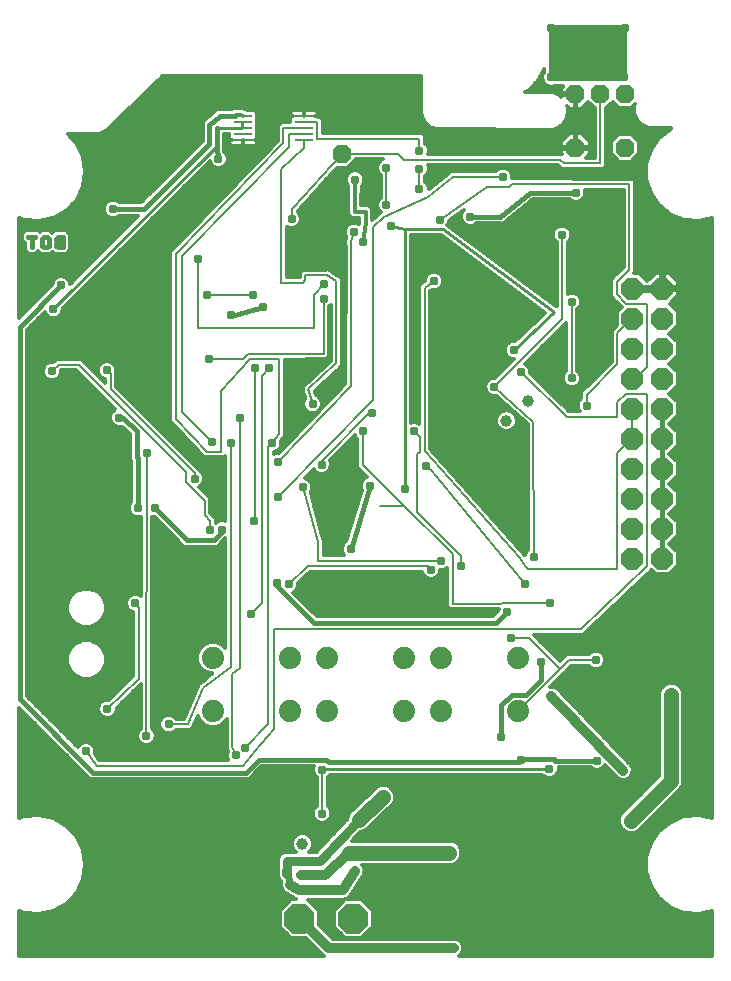
<source format=gbl>
G75*
G70*
%OFA0B0*%
%FSLAX24Y24*%
%IPPOS*%
%LPD*%
%AMOC8*
5,1,8,0,0,1.08239X$1,22.5*
%
%ADD10R,0.2640X0.1900*%
%ADD11C,0.0150*%
%ADD12OC8,0.1000*%
%ADD13OC8,0.0740*%
%ADD14C,0.0740*%
%ADD15OC8,0.0630*%
%ADD16R,0.0630X0.0102*%
%ADD17C,0.0310*%
%ADD18C,0.0160*%
%ADD19C,0.0240*%
%ADD20C,0.0080*%
%ADD21C,0.0100*%
%ADD22C,0.0140*%
%ADD23C,0.0320*%
%ADD24C,0.0120*%
%ADD25C,0.0396*%
%ADD26C,0.0500*%
%ADD27C,0.0300*%
D10*
X020126Y032308D03*
D11*
X002621Y026183D02*
X002621Y025833D01*
X002445Y025833D01*
X002387Y025891D01*
X002387Y025949D01*
X002445Y026008D01*
X002621Y026008D01*
X002621Y026183D02*
X002445Y026183D01*
X002387Y026125D01*
X002387Y026066D01*
X002445Y026008D01*
X002160Y026125D02*
X002160Y025891D01*
X002102Y025833D01*
X001985Y025833D01*
X001927Y025891D01*
X001927Y026125D01*
X001985Y026183D01*
X002102Y026183D01*
X002160Y026125D01*
X001700Y026183D02*
X001466Y026183D01*
X001583Y026183D02*
X001583Y025833D01*
D12*
X010506Y003458D03*
X012306Y003458D03*
D13*
X021606Y015458D03*
X022606Y015458D03*
X022606Y016458D03*
X022606Y017458D03*
X022606Y018458D03*
X022606Y019458D03*
X022606Y020458D03*
X022606Y021458D03*
X022606Y022458D03*
X022606Y023458D03*
X022606Y024458D03*
X021606Y024458D03*
X021606Y023458D03*
X021606Y022458D03*
X021606Y021458D03*
X021606Y020458D03*
X021606Y019458D03*
X021606Y018458D03*
X021606Y017458D03*
X021606Y016458D03*
D14*
X017786Y012148D03*
X017786Y010368D03*
X015226Y010368D03*
X013986Y010368D03*
X013986Y012148D03*
X015226Y012148D03*
X011426Y012148D03*
X010186Y012148D03*
X010186Y010368D03*
X011426Y010368D03*
X007626Y010368D03*
X007626Y012148D03*
D15*
X011916Y028958D03*
X019706Y029158D03*
X019706Y030934D03*
X020536Y030934D03*
X021356Y030934D03*
X021356Y029158D03*
D16*
X010656Y029416D03*
X010656Y029612D03*
X010656Y029809D03*
X010656Y030006D03*
X010656Y030203D03*
X008635Y030200D03*
X008635Y030003D03*
X008635Y029806D03*
X008635Y029609D03*
X008635Y029412D03*
D17*
X007806Y028788D03*
X010246Y026788D03*
X011403Y026326D03*
X012326Y026353D03*
X012613Y025996D03*
X013550Y026555D03*
X013404Y027253D03*
X013400Y028488D03*
X012364Y028095D03*
X011406Y029755D03*
X014506Y029058D03*
X014506Y028458D03*
X014508Y027778D03*
X015189Y026744D03*
X014826Y026028D03*
X014986Y024718D03*
X016206Y026858D03*
X017296Y028178D03*
X017836Y026798D03*
X019266Y026258D03*
X019736Y027658D03*
X021206Y026858D03*
X019586Y024018D03*
X018336Y023698D03*
X017666Y022408D03*
X017896Y021668D03*
X017006Y021188D03*
X015676Y021863D03*
X015026Y020018D03*
X014316Y019698D03*
X014722Y018546D03*
X014026Y017768D03*
X012856Y017888D03*
X012216Y017248D03*
X011346Y017278D03*
X010636Y017838D03*
X009786Y017498D03*
X008978Y016706D03*
X007926Y016428D03*
X007526Y016418D03*
X007806Y017098D03*
X007016Y018128D03*
X006606Y019358D03*
X007586Y019338D03*
X008216Y019298D03*
X008526Y020138D03*
X009586Y019298D03*
X009786Y018678D03*
X011246Y018588D03*
X012626Y019698D03*
X012916Y020298D03*
X011186Y021058D03*
X010946Y020618D03*
X009506Y021808D03*
X009026Y021796D03*
X007476Y022108D03*
X008231Y023569D03*
X008966Y024248D03*
X009276Y023838D03*
X010416Y024988D03*
X011322Y024605D03*
X011316Y024118D03*
X007416Y024248D03*
X007126Y025458D03*
X004296Y027118D03*
X002566Y024568D03*
X002306Y023778D03*
X002266Y021708D03*
X004096Y021738D03*
X004506Y020158D03*
X005409Y018976D03*
X005696Y017138D03*
X005116Y017138D03*
X005041Y013964D03*
X004106Y010458D03*
X003386Y009038D03*
X005405Y009554D03*
X006146Y009938D03*
X008386Y008898D03*
X008706Y009138D03*
X011266Y008428D03*
X011266Y006958D03*
X010566Y004928D03*
X010086Y004958D03*
X012366Y005058D03*
X013296Y007508D03*
X015506Y005658D03*
X015656Y002478D03*
X018839Y008458D03*
X017906Y008758D03*
X017226Y009528D03*
X018886Y010878D03*
X018546Y012008D03*
X017566Y012798D03*
X017436Y013688D03*
X018026Y014598D03*
X018316Y015498D03*
X018871Y013981D03*
X020386Y012078D03*
X022906Y010898D03*
X021299Y008394D03*
X020416Y008728D03*
X021566Y006718D03*
X015906Y015208D03*
X015216Y015378D03*
X014896Y015088D03*
X014616Y014458D03*
X012226Y015778D03*
X011206Y014058D03*
X010166Y014598D03*
X009756Y014658D03*
X008906Y013618D03*
X019586Y021478D03*
X020096Y020558D03*
X018906Y031498D03*
X018906Y033148D03*
X021346Y033158D03*
X021336Y031518D03*
D18*
X019736Y027658D02*
X018206Y027658D01*
X017206Y026858D01*
X016206Y026858D01*
X017836Y026798D02*
X017946Y026858D01*
X021206Y026858D01*
X022606Y020458D02*
X022606Y018458D01*
X022606Y019458D01*
X022606Y015458D01*
X022606Y016458D01*
X022606Y017458D01*
X022606Y015458D01*
X018906Y010878D02*
X018886Y010878D01*
X018546Y011428D02*
X018046Y010928D01*
X017576Y010928D01*
X017226Y010578D01*
X017226Y009528D01*
X017906Y008758D02*
X017976Y008788D01*
X018976Y008788D01*
X019036Y008728D01*
X020416Y008728D01*
X018546Y011428D02*
X018546Y012008D01*
X017066Y013318D02*
X017436Y013688D01*
X017066Y013318D02*
X010986Y013318D01*
X009756Y014548D01*
X009756Y014658D01*
X007926Y016358D02*
X007656Y016088D01*
X006746Y016088D01*
X005696Y017138D01*
X005116Y017138D02*
X005116Y018808D01*
X005076Y018848D01*
X005076Y019698D01*
X004616Y020158D01*
X004506Y020158D01*
X001186Y023188D02*
X002566Y024568D01*
X001186Y023188D02*
X001186Y010778D01*
X003636Y008328D01*
X008716Y008328D01*
X009146Y008758D01*
X011396Y008758D01*
X011476Y008678D01*
X017826Y008678D01*
X017906Y008758D01*
X012226Y015778D02*
X012856Y017888D01*
X015026Y020018D02*
X015676Y021863D01*
X011946Y024858D02*
X011106Y025538D01*
X010416Y024988D01*
X011106Y025538D02*
X011403Y026326D01*
X009276Y023838D02*
X009256Y023817D01*
X009272Y023833D01*
X009276Y023828D01*
X009272Y023833D02*
X009276Y023838D01*
X008226Y023558D01*
X005336Y027118D02*
X004296Y027118D01*
X005336Y027118D02*
X007506Y029288D01*
X007506Y029908D01*
X007856Y030228D01*
X008356Y030228D01*
X007769Y029796D02*
X007768Y029217D01*
X007776Y028758D01*
X007806Y028788D01*
X011406Y029755D02*
X011406Y030160D01*
X007926Y016428D02*
X007926Y016358D01*
D19*
X011346Y017278D02*
X012216Y017248D01*
X011606Y014458D02*
X014616Y014458D01*
X011606Y014458D02*
X011206Y014058D01*
X010086Y005058D02*
X010206Y004578D01*
X021606Y024458D02*
X022606Y024458D01*
D20*
X022106Y023958D02*
X022106Y021858D01*
X021666Y021458D01*
X021606Y021458D01*
X021394Y020959D02*
X022105Y020955D01*
X022105Y015212D01*
X019906Y013104D01*
X009666Y013104D01*
X009666Y009778D01*
X009026Y009058D01*
X008626Y008548D01*
X003746Y008548D01*
X003386Y009038D01*
X004106Y010458D02*
X005146Y011458D01*
X005143Y013814D01*
X005041Y013964D01*
X007306Y011158D02*
X008216Y011858D01*
X008216Y019298D01*
X007906Y019018D02*
X007906Y021058D01*
X008866Y022098D01*
X009826Y022098D01*
X009826Y019618D01*
X009586Y019298D01*
X009466Y019178D01*
X009466Y009938D01*
X008706Y009138D01*
X008386Y008898D02*
X008266Y009178D01*
X008266Y011626D01*
X008527Y011827D01*
X008526Y020138D01*
X007586Y019338D02*
X006586Y020338D01*
X006586Y025538D01*
X010174Y029178D01*
X010174Y029618D01*
X010656Y029618D01*
X010656Y029612D01*
X010656Y029416D02*
X010656Y029138D01*
X010666Y029138D01*
X009906Y028458D01*
X009906Y024658D01*
X010626Y024658D01*
X010706Y024738D01*
X010706Y024898D01*
X011426Y024898D01*
X011736Y024698D01*
X011736Y021978D01*
X010806Y021098D01*
X010946Y020618D01*
X012226Y021218D02*
X012231Y025902D01*
X012216Y026017D01*
X012326Y026353D01*
X012946Y026498D02*
X013326Y026838D01*
X014776Y027498D01*
X015626Y028178D01*
X017296Y028178D01*
X017606Y027958D02*
X017486Y027838D01*
X016766Y027838D01*
X015189Y026744D01*
X014508Y027778D02*
X014506Y028458D01*
X014006Y028758D02*
X019206Y028758D01*
X019326Y028638D01*
X020536Y028638D01*
X020536Y030934D01*
X021506Y027938D02*
X021506Y025088D01*
X021076Y024678D01*
X021076Y024268D01*
X021396Y023958D01*
X022106Y023958D01*
X021606Y023458D02*
X021586Y023458D01*
X021106Y022978D01*
X021106Y021938D01*
X020096Y020928D01*
X020096Y020558D01*
X019426Y020178D02*
X021086Y020168D01*
X021076Y020668D01*
X021394Y020959D01*
X021606Y020458D02*
X021586Y020418D01*
X021586Y019458D01*
X021606Y019458D01*
X021586Y019458D02*
X021106Y018978D01*
X021106Y015108D01*
X018121Y015105D01*
X018041Y015211D01*
X017857Y015472D01*
X014686Y019038D01*
X014686Y024478D01*
X014986Y024718D01*
X012946Y026498D02*
X012946Y020738D01*
X009786Y017498D01*
X010636Y017838D02*
X011136Y016018D01*
X011136Y015378D01*
X015216Y015378D01*
X014896Y015088D02*
X014776Y015208D01*
X010776Y015208D01*
X010166Y014598D01*
X009266Y013978D02*
X009266Y021538D01*
X009506Y021808D01*
X009026Y021796D02*
X009026Y016826D01*
X008978Y016706D01*
X009786Y018678D02*
X012226Y021218D01*
X012816Y020298D02*
X011246Y018728D01*
X011246Y018588D01*
X012626Y018578D02*
X013986Y017218D01*
X013986Y017198D01*
X013186Y017198D01*
X013986Y017198D02*
X015616Y015598D01*
X015609Y013961D01*
X018871Y013981D01*
X018026Y014598D02*
X014746Y018577D01*
X014722Y018546D01*
X014436Y018948D02*
X014436Y017018D01*
X015906Y015548D01*
X015906Y015208D01*
X017566Y012798D02*
X018166Y012798D01*
X019191Y011773D01*
X019496Y012078D01*
X020386Y012078D01*
X019191Y011773D02*
X017786Y010368D01*
X018316Y015498D02*
X018306Y020018D01*
X017006Y021188D01*
X019266Y023458D01*
X019266Y026258D01*
X017606Y027958D02*
X021506Y027938D01*
X019586Y024018D02*
X019586Y021478D01*
X019426Y020178D02*
X017896Y021668D01*
X014516Y019498D02*
X014516Y019028D01*
X014436Y018948D01*
X014516Y019498D02*
X014316Y019698D01*
X014016Y017778D02*
X014026Y017768D01*
X012626Y018578D02*
X012626Y019698D01*
X012816Y020298D02*
X012916Y020298D01*
X011316Y022288D02*
X011316Y024118D01*
X010986Y024258D02*
X011322Y024605D01*
X010986Y024258D02*
X010986Y023158D01*
X007126Y023158D01*
X007126Y025458D01*
X006386Y025618D02*
X006386Y020098D01*
X007426Y019018D01*
X007906Y019018D01*
X007016Y018298D02*
X004216Y021098D01*
X004216Y021618D01*
X004096Y021738D01*
X003146Y021928D02*
X002486Y021928D01*
X002266Y021708D01*
X003146Y021928D02*
X006726Y018348D01*
X006726Y018008D01*
X007346Y017388D01*
X007346Y016908D01*
X007526Y016728D01*
X007526Y016418D01*
X007016Y018128D02*
X007016Y018298D01*
X005409Y018976D02*
X005404Y009628D01*
X005405Y009554D01*
X006146Y009938D02*
X006786Y009938D01*
X006806Y009958D01*
X007306Y011158D01*
X008906Y013618D02*
X009266Y013978D01*
X011256Y008458D02*
X011266Y008428D01*
X011266Y006958D01*
X008616Y022118D02*
X007476Y022108D01*
X008616Y022118D02*
X008776Y022278D01*
X011316Y022288D01*
X008966Y024248D02*
X007416Y024248D01*
X006386Y025618D02*
X009966Y029298D01*
X009966Y029808D01*
X010626Y029808D01*
X010626Y029809D01*
X010656Y029809D01*
X010656Y030006D02*
X011106Y030006D01*
X011106Y029458D01*
X014506Y029458D01*
X014506Y029058D01*
X014006Y028758D02*
X013806Y028958D01*
X011916Y028958D01*
X010306Y027148D01*
X010296Y027148D01*
X010256Y027108D01*
X010256Y027098D01*
X010246Y026788D01*
X009556Y029408D02*
X008635Y029408D01*
X008635Y029412D01*
X008626Y029412D01*
X008626Y029378D01*
X008606Y029806D02*
X008635Y029806D01*
X008635Y030003D01*
X008636Y030198D02*
X008636Y030208D01*
X008635Y030200D02*
X008636Y030198D01*
X008635Y030200D02*
X008557Y030278D01*
X008356Y030278D01*
X008356Y030228D01*
X008589Y029806D02*
X008606Y029806D01*
X009556Y030203D02*
X009556Y029408D01*
X009556Y030203D02*
X010656Y030203D01*
X011386Y030203D01*
X011406Y030160D01*
X013400Y028488D02*
X013404Y027253D01*
D21*
X013550Y026555D02*
X014014Y026429D01*
X014016Y017778D01*
X015676Y021863D02*
X015746Y021858D01*
X017276Y022918D01*
X014826Y026028D01*
X015293Y026429D02*
X014014Y026429D01*
X015293Y026429D02*
X018996Y023668D01*
X017666Y022408D01*
X017276Y022918D02*
X018336Y023698D01*
X008589Y029806D02*
X008585Y029976D01*
X008589Y029806D02*
X007769Y029796D01*
X007746Y029218D02*
X007768Y029217D01*
X007746Y029218D02*
X002306Y023778D01*
X008226Y023563D02*
X008231Y023569D01*
X008226Y023563D02*
X008226Y023558D01*
X011296Y008458D02*
X011266Y008428D01*
X011296Y008458D02*
X018839Y008458D01*
D22*
X011186Y021058D02*
X011946Y021738D01*
X011946Y024858D01*
X012613Y025996D02*
X012712Y026645D01*
X012713Y027028D01*
X012344Y027028D01*
X012364Y028095D01*
D23*
X006606Y019358D02*
X007806Y018158D01*
X007806Y017098D01*
X012166Y005658D02*
X011356Y004928D01*
X010566Y004928D01*
X010206Y004578D02*
X010506Y004398D01*
X011946Y004398D01*
X012366Y005058D01*
X010506Y003458D02*
X011486Y002478D01*
X015656Y002478D01*
X010086Y004958D02*
X010086Y005058D01*
X018906Y010878D02*
X021299Y008394D01*
D24*
X001165Y003706D02*
X001165Y002218D01*
X011309Y002218D01*
X010718Y002809D01*
X010237Y002809D01*
X009856Y003189D01*
X009856Y003726D01*
X010237Y004107D01*
X010390Y004107D01*
X010366Y004121D01*
X010330Y004136D01*
X010314Y004152D01*
X009994Y004344D01*
X009921Y004443D01*
X009891Y004562D01*
X009906Y004666D01*
X009895Y004711D01*
X009824Y004783D01*
X009776Y004896D01*
X009776Y005119D01*
X009786Y005143D01*
X009786Y005437D01*
X009832Y005547D01*
X009916Y005631D01*
X010026Y005677D01*
X010145Y005677D01*
X010396Y005677D01*
X010311Y005761D01*
X010258Y005889D01*
X010258Y006027D01*
X010311Y006154D01*
X010409Y006252D01*
X010536Y006305D01*
X010675Y006305D01*
X010802Y006252D01*
X010900Y006154D01*
X010953Y006027D01*
X010953Y005889D01*
X010900Y005761D01*
X010815Y005677D01*
X011058Y005677D01*
X012107Y006773D01*
X012109Y006847D01*
X012173Y006992D01*
X013078Y007852D01*
X013226Y007909D01*
X013385Y007904D01*
X013530Y007840D01*
X013639Y007725D01*
X013696Y007577D01*
X013692Y007418D01*
X013628Y007273D01*
X012723Y006414D01*
X012574Y006357D01*
X012537Y006358D01*
X012249Y006057D01*
X015585Y006057D01*
X015731Y005996D01*
X015844Y005884D01*
X015904Y005737D01*
X015904Y005578D01*
X015844Y005432D01*
X015731Y005319D01*
X015585Y005259D01*
X012602Y005259D01*
X012619Y005234D01*
X012623Y005230D01*
X012625Y005226D01*
X012654Y005185D01*
X012668Y005123D01*
X012669Y005118D01*
X012669Y005114D01*
X012680Y005065D01*
X012669Y005002D01*
X012669Y004997D01*
X012668Y004993D01*
X012659Y004944D01*
X012625Y004890D01*
X012623Y004885D01*
X012620Y004882D01*
X012221Y004255D01*
X012207Y004223D01*
X012188Y004203D01*
X012173Y004180D01*
X012145Y004160D01*
X012121Y004136D01*
X012095Y004125D01*
X012073Y004109D01*
X012060Y004107D01*
X012574Y004107D01*
X012954Y003726D01*
X012954Y003189D01*
X012574Y002809D01*
X012037Y002809D01*
X011656Y003189D01*
X011656Y003726D01*
X012027Y004097D01*
X012007Y004089D01*
X011979Y004089D01*
X011953Y004083D01*
X011919Y004089D01*
X010792Y004089D01*
X011154Y003726D01*
X011154Y003246D01*
X011614Y002787D01*
X015717Y002787D01*
X015831Y002740D01*
X015917Y002653D01*
X015964Y002539D01*
X015964Y002416D01*
X015917Y002303D01*
X015832Y002218D01*
X024246Y002218D01*
X024246Y003697D01*
X023830Y003602D01*
X023830Y003602D01*
X023336Y003639D01*
X023336Y003639D01*
X022876Y003820D01*
X022875Y003820D01*
X022489Y004129D01*
X022489Y004129D01*
X022210Y004537D01*
X022210Y004537D01*
X022064Y005010D01*
X022064Y005505D01*
X022210Y005978D01*
X022210Y005978D01*
X022489Y006387D01*
X022489Y006387D01*
X022875Y006695D01*
X022876Y006695D01*
X023336Y006876D01*
X023336Y006876D01*
X023830Y006913D01*
X023830Y006913D01*
X024246Y006818D01*
X024246Y026797D01*
X023830Y026702D01*
X023830Y026702D01*
X023336Y026739D01*
X023336Y026739D01*
X022876Y026920D01*
X022875Y026920D01*
X022489Y027229D01*
X022489Y027229D01*
X022210Y027637D01*
X022210Y027637D01*
X022064Y028110D01*
X022064Y028110D01*
X022064Y028605D01*
X022064Y028605D01*
X022210Y029078D01*
X022210Y029078D01*
X022489Y029487D01*
X022489Y029487D01*
X022489Y029487D01*
X022875Y029795D01*
X022876Y029795D01*
X022907Y029808D01*
X022152Y029808D01*
X021924Y029902D01*
X021750Y030076D01*
X021656Y030304D01*
X021656Y030551D01*
X021675Y030597D01*
X021548Y030470D01*
X021163Y030470D01*
X020945Y030688D01*
X020728Y030470D01*
X020724Y030470D01*
X020724Y028716D01*
X020724Y028559D01*
X020614Y028449D01*
X019247Y028449D01*
X019136Y028559D01*
X019127Y028569D01*
X014789Y028569D01*
X014809Y028518D01*
X014809Y028397D01*
X014763Y028285D01*
X014695Y028218D01*
X014696Y028020D01*
X014766Y027950D01*
X014812Y027839D01*
X014812Y027769D01*
X015499Y028319D01*
X015547Y028367D01*
X015559Y028367D01*
X015569Y028374D01*
X015636Y028367D01*
X017055Y028367D01*
X017123Y028435D01*
X017235Y028482D01*
X017356Y028482D01*
X017468Y028435D01*
X017553Y028350D01*
X017599Y028238D01*
X017599Y028147D01*
X017605Y028147D01*
X017684Y028147D01*
X017684Y028146D01*
X021508Y028127D01*
X021584Y028127D01*
X021584Y028126D01*
X021585Y028126D01*
X021642Y028069D01*
X021694Y028016D01*
X021694Y028015D01*
X021695Y028015D01*
X021694Y027937D01*
X021694Y025163D01*
X021696Y025161D01*
X021694Y025086D01*
X021694Y025009D01*
X021693Y025007D01*
X021693Y025005D01*
X021674Y024988D01*
X021825Y024988D01*
X022105Y024707D01*
X022386Y024988D01*
X022565Y024988D01*
X022565Y024498D01*
X022565Y024418D01*
X022076Y024418D01*
X021646Y024418D01*
X021646Y024498D01*
X022076Y024498D01*
X022565Y024498D01*
X022646Y024498D01*
X023135Y024498D01*
X023135Y024677D01*
X022825Y024988D01*
X022646Y024988D01*
X022646Y024498D01*
X022646Y024418D01*
X023135Y024418D01*
X023135Y024238D01*
X022847Y023950D01*
X023124Y023673D01*
X023124Y023243D01*
X022839Y022958D01*
X023124Y022673D01*
X023124Y022243D01*
X022839Y021958D01*
X023124Y021673D01*
X023124Y021243D01*
X022839Y020958D01*
X023124Y020673D01*
X023124Y020243D01*
X022839Y019958D01*
X023124Y019673D01*
X023124Y019243D01*
X022839Y018958D01*
X023124Y018673D01*
X023124Y018243D01*
X022839Y017958D01*
X023124Y017673D01*
X023124Y017243D01*
X022839Y016958D01*
X023124Y016673D01*
X023124Y016243D01*
X022839Y015958D01*
X023124Y015673D01*
X023124Y015243D01*
X022820Y014939D01*
X022391Y014939D01*
X022245Y015085D01*
X022237Y015077D01*
X022183Y015023D01*
X022181Y015023D01*
X020037Y012968D01*
X019984Y012915D01*
X019981Y012915D01*
X019980Y012913D01*
X019903Y012915D01*
X018316Y012915D01*
X019191Y012040D01*
X019417Y012267D01*
X019574Y012267D01*
X020145Y012267D01*
X020213Y012335D01*
X020325Y012382D01*
X020446Y012382D01*
X020558Y012335D01*
X020643Y012250D01*
X020689Y012138D01*
X020689Y012017D01*
X020643Y011905D01*
X020558Y011820D01*
X020446Y011774D01*
X020325Y011774D01*
X020213Y011820D01*
X020145Y011889D01*
X019574Y011889D01*
X019379Y011694D01*
X019269Y011584D01*
X018872Y011187D01*
X018973Y011185D01*
X019085Y011136D01*
X021564Y008564D01*
X021609Y008449D01*
X021607Y008326D01*
X021558Y008214D01*
X021469Y008128D01*
X021355Y008084D01*
X021232Y008086D01*
X021119Y008135D01*
X020686Y008585D01*
X020673Y008555D01*
X020588Y008470D01*
X020476Y008424D01*
X020355Y008424D01*
X020243Y008470D01*
X020215Y008499D01*
X019143Y008499D01*
X019143Y008397D01*
X019096Y008285D01*
X019011Y008200D01*
X018899Y008154D01*
X018778Y008154D01*
X018666Y008200D01*
X018608Y008259D01*
X011525Y008259D01*
X011523Y008255D01*
X011454Y008187D01*
X011454Y007199D01*
X011523Y007130D01*
X011569Y007018D01*
X011569Y006897D01*
X011523Y006785D01*
X011438Y006700D01*
X011326Y006654D01*
X011205Y006654D01*
X011093Y006700D01*
X011008Y006785D01*
X010961Y006897D01*
X010961Y007018D01*
X011008Y007130D01*
X011076Y007199D01*
X011076Y008187D01*
X011008Y008255D01*
X010961Y008367D01*
X010961Y008488D01*
X010978Y008529D01*
X009240Y008529D01*
X008944Y008233D01*
X008944Y008233D01*
X008810Y008099D01*
X003730Y008099D01*
X003541Y008099D01*
X001165Y010474D01*
X001165Y006809D01*
X001336Y006876D01*
X001336Y006876D01*
X001830Y006913D01*
X001830Y006913D01*
X002312Y006803D01*
X002312Y006803D01*
X002740Y006555D01*
X002740Y006555D01*
X003077Y006193D01*
X003077Y006193D01*
X003292Y005747D01*
X003292Y005747D01*
X003365Y005258D01*
X003292Y004768D01*
X003292Y004768D01*
X003077Y004323D01*
X003077Y004323D01*
X002740Y003960D01*
X002740Y003960D01*
X002312Y003712D01*
X002312Y003712D01*
X001830Y003602D01*
X001830Y003602D01*
X001336Y003639D01*
X001336Y003639D01*
X001165Y003706D01*
X001165Y003680D02*
X001232Y003680D01*
X001165Y003562D02*
X009856Y003562D01*
X009856Y003680D02*
X002171Y003680D01*
X002461Y003799D02*
X009929Y003799D01*
X010047Y003917D02*
X002667Y003917D01*
X002811Y004036D02*
X010166Y004036D01*
X010310Y004154D02*
X002921Y004154D01*
X003031Y004273D02*
X010113Y004273D01*
X009959Y004391D02*
X003110Y004391D01*
X003167Y004510D02*
X009904Y004510D01*
X009901Y004629D02*
X003224Y004629D01*
X003281Y004747D02*
X009859Y004747D01*
X009789Y004866D02*
X003306Y004866D01*
X003324Y004984D02*
X009776Y004984D01*
X009776Y005103D02*
X003342Y005103D01*
X003360Y005221D02*
X009786Y005221D01*
X009786Y005340D02*
X003353Y005340D01*
X003335Y005458D02*
X009795Y005458D01*
X009862Y005577D02*
X003317Y005577D01*
X003300Y005695D02*
X010377Y005695D01*
X010289Y005814D02*
X003259Y005814D01*
X003202Y005932D02*
X010258Y005932D01*
X010268Y006051D02*
X003145Y006051D01*
X003088Y006170D02*
X010327Y006170D01*
X010496Y006288D02*
X002989Y006288D01*
X002879Y006407D02*
X011756Y006407D01*
X011869Y006525D02*
X002769Y006525D01*
X002588Y006644D02*
X011983Y006644D01*
X012096Y006762D02*
X011500Y006762D01*
X011563Y006881D02*
X012124Y006881D01*
X012181Y006999D02*
X011569Y006999D01*
X011528Y007118D02*
X012306Y007118D01*
X012430Y007236D02*
X011454Y007236D01*
X011454Y007355D02*
X012555Y007355D01*
X012680Y007474D02*
X011454Y007474D01*
X011454Y007592D02*
X012805Y007592D01*
X012930Y007711D02*
X011454Y007711D01*
X011454Y007829D02*
X013055Y007829D01*
X013540Y007829D02*
X022113Y007829D01*
X022231Y007948D02*
X011454Y007948D01*
X011454Y008066D02*
X022350Y008066D01*
X022468Y008185D02*
X021528Y008185D01*
X021597Y008303D02*
X022506Y008303D01*
X022506Y008223D02*
X021227Y006944D01*
X021166Y006797D01*
X021166Y006638D01*
X021227Y006492D01*
X021339Y006379D01*
X021486Y006319D01*
X021645Y006319D01*
X021791Y006379D01*
X023131Y007719D01*
X023244Y007832D01*
X023304Y007978D01*
X023304Y010977D01*
X023244Y011124D01*
X023131Y011236D01*
X022985Y011297D01*
X022826Y011297D01*
X022679Y011236D01*
X022567Y011124D01*
X022506Y010977D01*
X022506Y008223D01*
X022506Y008422D02*
X021609Y008422D01*
X021574Y008540D02*
X022506Y008540D01*
X022506Y008659D02*
X021473Y008659D01*
X021359Y008778D02*
X022506Y008778D01*
X022506Y008896D02*
X021244Y008896D01*
X021130Y009015D02*
X022506Y009015D01*
X022506Y009133D02*
X021016Y009133D01*
X020902Y009252D02*
X022506Y009252D01*
X022506Y009370D02*
X020787Y009370D01*
X020673Y009489D02*
X022506Y009489D01*
X022506Y009607D02*
X020559Y009607D01*
X020445Y009726D02*
X022506Y009726D01*
X022506Y009844D02*
X020330Y009844D01*
X020216Y009963D02*
X022506Y009963D01*
X022506Y010081D02*
X020102Y010081D01*
X019988Y010200D02*
X022506Y010200D01*
X022506Y010319D02*
X019873Y010319D01*
X019759Y010437D02*
X022506Y010437D01*
X022506Y010556D02*
X019645Y010556D01*
X019531Y010674D02*
X022506Y010674D01*
X022506Y010793D02*
X019416Y010793D01*
X019302Y010911D02*
X022506Y010911D01*
X022528Y011030D02*
X019188Y011030D01*
X019058Y011148D02*
X022592Y011148D01*
X022754Y011267D02*
X018952Y011267D01*
X019071Y011385D02*
X024246Y011385D01*
X024246Y011267D02*
X023057Y011267D01*
X023219Y011148D02*
X024246Y011148D01*
X024246Y011030D02*
X023283Y011030D01*
X023304Y010911D02*
X024246Y010911D01*
X024246Y010793D02*
X023304Y010793D01*
X023304Y010674D02*
X024246Y010674D01*
X024246Y010556D02*
X023304Y010556D01*
X023304Y010437D02*
X024246Y010437D01*
X024246Y010319D02*
X023304Y010319D01*
X023304Y010200D02*
X024246Y010200D01*
X024246Y010081D02*
X023304Y010081D01*
X023304Y009963D02*
X024246Y009963D01*
X024246Y009844D02*
X023304Y009844D01*
X023304Y009726D02*
X024246Y009726D01*
X024246Y009607D02*
X023304Y009607D01*
X023304Y009489D02*
X024246Y009489D01*
X024246Y009370D02*
X023304Y009370D01*
X023304Y009252D02*
X024246Y009252D01*
X024246Y009133D02*
X023304Y009133D01*
X023304Y009015D02*
X024246Y009015D01*
X024246Y008896D02*
X023304Y008896D01*
X023304Y008778D02*
X024246Y008778D01*
X024246Y008659D02*
X023304Y008659D01*
X023304Y008540D02*
X024246Y008540D01*
X024246Y008422D02*
X023304Y008422D01*
X023304Y008303D02*
X024246Y008303D01*
X024246Y008185D02*
X023304Y008185D01*
X023304Y008066D02*
X024246Y008066D01*
X024246Y007948D02*
X023292Y007948D01*
X023241Y007829D02*
X024246Y007829D01*
X024246Y007711D02*
X023123Y007711D01*
X023004Y007592D02*
X024246Y007592D01*
X024246Y007474D02*
X022886Y007474D01*
X022767Y007355D02*
X024246Y007355D01*
X024246Y007236D02*
X022649Y007236D01*
X022530Y007118D02*
X024246Y007118D01*
X024246Y006999D02*
X022411Y006999D01*
X022293Y006881D02*
X023401Y006881D01*
X023046Y006762D02*
X022174Y006762D01*
X022056Y006644D02*
X022811Y006644D01*
X022662Y006525D02*
X021937Y006525D01*
X021819Y006407D02*
X022514Y006407D01*
X022421Y006288D02*
X012470Y006288D01*
X012357Y006170D02*
X022341Y006170D01*
X022260Y006051D02*
X015598Y006051D01*
X015795Y005932D02*
X022196Y005932D01*
X022159Y005814D02*
X015873Y005814D01*
X015904Y005695D02*
X022123Y005695D01*
X022086Y005577D02*
X015904Y005577D01*
X015855Y005458D02*
X022064Y005458D01*
X022064Y005340D02*
X015752Y005340D01*
X015838Y002732D02*
X024246Y002732D01*
X024246Y002850D02*
X012616Y002850D01*
X012735Y002969D02*
X024246Y002969D01*
X024246Y003087D02*
X012853Y003087D01*
X012954Y003206D02*
X024246Y003206D01*
X024246Y003325D02*
X012954Y003325D01*
X012954Y003443D02*
X024246Y003443D01*
X024246Y003562D02*
X012954Y003562D01*
X012954Y003680D02*
X023232Y003680D01*
X022930Y003799D02*
X012882Y003799D01*
X012764Y003917D02*
X022754Y003917D01*
X022605Y004036D02*
X012645Y004036D01*
X012232Y004273D02*
X022390Y004273D01*
X022309Y004391D02*
X012308Y004391D01*
X012383Y004510D02*
X022229Y004510D01*
X022182Y004629D02*
X012459Y004629D01*
X012534Y004747D02*
X022145Y004747D01*
X022109Y004866D02*
X012609Y004866D01*
X012666Y004984D02*
X022072Y004984D01*
X022064Y005103D02*
X012672Y005103D01*
X012628Y005221D02*
X022064Y005221D01*
X022471Y004154D02*
X012139Y004154D01*
X011966Y004036D02*
X010845Y004036D01*
X010964Y003917D02*
X011847Y003917D01*
X011729Y003799D02*
X011082Y003799D01*
X011154Y003680D02*
X011656Y003680D01*
X011656Y003562D02*
X011154Y003562D01*
X011154Y003443D02*
X011656Y003443D01*
X011656Y003325D02*
X011154Y003325D01*
X011194Y003206D02*
X011656Y003206D01*
X011758Y003087D02*
X011313Y003087D01*
X011431Y002969D02*
X011876Y002969D01*
X011995Y002850D02*
X011550Y002850D01*
X011150Y002376D02*
X001165Y002376D01*
X001165Y002258D02*
X011269Y002258D01*
X011031Y002495D02*
X001165Y002495D01*
X001165Y002613D02*
X010913Y002613D01*
X010794Y002732D02*
X001165Y002732D01*
X001165Y002850D02*
X010195Y002850D01*
X010076Y002969D02*
X001165Y002969D01*
X001165Y003087D02*
X009958Y003087D01*
X009856Y003206D02*
X001165Y003206D01*
X001165Y003325D02*
X009856Y003325D01*
X009856Y003443D02*
X001165Y003443D01*
X002382Y006762D02*
X011031Y006762D01*
X010968Y006881D02*
X001970Y006881D01*
X001401Y006881D02*
X001165Y006881D01*
X001165Y006999D02*
X010961Y006999D01*
X011003Y007118D02*
X001165Y007118D01*
X001165Y007236D02*
X011076Y007236D01*
X011076Y007355D02*
X001165Y007355D01*
X001165Y007474D02*
X011076Y007474D01*
X011076Y007592D02*
X001165Y007592D01*
X001165Y007711D02*
X011076Y007711D01*
X011076Y007829D02*
X001165Y007829D01*
X001165Y007948D02*
X011076Y007948D01*
X011076Y008066D02*
X001165Y008066D01*
X001165Y008185D02*
X003454Y008185D01*
X003336Y008303D02*
X001165Y008303D01*
X001165Y008422D02*
X003217Y008422D01*
X003099Y008540D02*
X001165Y008540D01*
X001165Y008659D02*
X002980Y008659D01*
X002862Y008778D02*
X001165Y008778D01*
X001165Y008896D02*
X002743Y008896D01*
X002625Y009015D02*
X001165Y009015D01*
X001165Y009133D02*
X002506Y009133D01*
X002388Y009252D02*
X001165Y009252D01*
X001165Y009370D02*
X002269Y009370D01*
X002150Y009489D02*
X001165Y009489D01*
X001165Y009607D02*
X002032Y009607D01*
X001913Y009726D02*
X001165Y009726D01*
X001165Y009844D02*
X001795Y009844D01*
X001676Y009963D02*
X001165Y009963D01*
X001165Y010081D02*
X001558Y010081D01*
X001439Y010200D02*
X001165Y010200D01*
X001165Y010319D02*
X001321Y010319D01*
X001202Y010437D02*
X001165Y010437D01*
X001494Y010793D02*
X004181Y010793D01*
X004149Y010762D02*
X004045Y010762D01*
X003933Y010715D01*
X003848Y010630D01*
X003801Y010518D01*
X003801Y010397D01*
X003848Y010285D01*
X003933Y010200D01*
X002087Y010200D01*
X002205Y010081D02*
X005215Y010081D01*
X005215Y009963D02*
X002324Y009963D01*
X002443Y009844D02*
X005215Y009844D01*
X005215Y009793D02*
X005148Y009726D01*
X002561Y009726D01*
X002680Y009607D02*
X005101Y009607D01*
X005101Y009614D02*
X005101Y009493D01*
X005148Y009381D01*
X005233Y009296D01*
X005345Y009250D01*
X005466Y009250D01*
X005578Y009296D01*
X005663Y009381D01*
X005709Y009493D01*
X005709Y009614D01*
X005663Y009726D01*
X005593Y009796D01*
X005597Y016849D01*
X005635Y016834D01*
X005676Y016834D01*
X006651Y015859D01*
X006840Y015859D01*
X007750Y015859D01*
X007884Y015993D01*
X008026Y016135D01*
X008026Y012481D01*
X007919Y012588D01*
X007729Y012667D01*
X007522Y012667D01*
X007331Y012588D01*
X007186Y012442D01*
X007106Y012251D01*
X007106Y012044D01*
X007186Y011854D01*
X007331Y011708D01*
X007522Y011629D01*
X007608Y011629D01*
X007210Y011323D01*
X007161Y011303D01*
X007150Y011277D01*
X007128Y011260D01*
X007121Y011207D01*
X006671Y010127D01*
X006386Y010127D01*
X006318Y010195D01*
X006206Y010242D01*
X006085Y010242D01*
X005973Y010195D01*
X005888Y010110D01*
X005841Y009998D01*
X005841Y009877D01*
X005888Y009765D01*
X005973Y009680D01*
X006085Y009634D01*
X006206Y009634D01*
X006318Y009680D01*
X006386Y009749D01*
X006707Y009749D01*
X006864Y009749D01*
X006912Y009797D01*
X006950Y009813D01*
X006966Y009850D01*
X006994Y009879D01*
X006994Y009920D01*
X007122Y010226D01*
X007186Y010074D01*
X007331Y009928D01*
X007522Y009849D01*
X007729Y009849D01*
X007919Y009928D01*
X008065Y010074D01*
X008076Y010100D01*
X008076Y009214D01*
X008061Y009175D01*
X008076Y009139D01*
X008076Y009099D01*
X008106Y009070D01*
X008117Y009044D01*
X008081Y008958D01*
X008081Y008837D01*
X008123Y008737D01*
X003841Y008737D01*
X003680Y008955D01*
X003689Y008977D01*
X003689Y009098D01*
X003643Y009210D01*
X003558Y009295D01*
X003446Y009342D01*
X003325Y009342D01*
X003213Y009295D01*
X003128Y009210D01*
X003113Y009174D01*
X001414Y010872D01*
X001414Y023093D01*
X002012Y023691D01*
X002048Y023605D01*
X002133Y023520D01*
X002245Y023474D01*
X002366Y023474D01*
X002478Y023520D01*
X002563Y023605D01*
X002609Y023717D01*
X002609Y023800D01*
X007512Y028702D01*
X007548Y028615D01*
X007633Y028530D01*
X007745Y028484D01*
X007866Y028484D01*
X007978Y028530D01*
X008063Y028615D01*
X008109Y028727D01*
X008109Y028848D01*
X008063Y028960D01*
X008000Y029023D01*
X007997Y029218D01*
X007998Y029600D01*
X008171Y029602D01*
X008171Y029525D01*
X008160Y029485D01*
X008160Y029413D01*
X008255Y029413D01*
X008255Y029412D01*
X008160Y029412D01*
X008160Y029340D01*
X008171Y029299D01*
X008192Y029263D01*
X008222Y029233D01*
X008258Y029212D01*
X008299Y029201D01*
X008635Y029201D01*
X008971Y029201D01*
X009012Y029212D01*
X009048Y029233D01*
X009078Y029263D01*
X009099Y029299D01*
X009110Y029340D01*
X009110Y029412D01*
X009015Y029412D01*
X009015Y029413D01*
X009110Y029413D01*
X009110Y029485D01*
X009099Y029525D01*
X009099Y029525D01*
X009099Y029722D01*
X009099Y029919D01*
X009099Y030116D01*
X009099Y030313D01*
X009012Y030400D01*
X008749Y030400D01*
X008712Y030437D01*
X008702Y030437D01*
X008665Y030437D01*
X008635Y030467D01*
X008479Y030467D01*
X008434Y030467D01*
X008277Y030467D01*
X008267Y030457D01*
X007861Y030457D01*
X007771Y030461D01*
X007767Y030457D01*
X007761Y030457D01*
X007697Y030393D01*
X007417Y030137D01*
X007411Y030137D01*
X007347Y030073D01*
X007281Y030013D01*
X007281Y030007D01*
X007276Y030002D01*
X007276Y029913D01*
X007272Y029823D01*
X007276Y029819D01*
X007276Y029382D01*
X005241Y027347D01*
X004496Y027347D01*
X004468Y027375D01*
X004356Y027422D01*
X004235Y027422D01*
X004123Y027375D01*
X004038Y027290D01*
X003991Y027178D01*
X003991Y027057D01*
X004038Y026945D01*
X004123Y026860D01*
X004235Y026814D01*
X004356Y026814D01*
X004468Y026860D01*
X004496Y026889D01*
X005135Y026889D01*
X002869Y024623D01*
X002869Y024628D01*
X002823Y024740D01*
X002738Y024825D01*
X002626Y024872D01*
X002505Y024872D01*
X002393Y024825D01*
X002308Y024740D01*
X002261Y024628D01*
X002261Y024587D01*
X001165Y023491D01*
X001165Y026806D01*
X001336Y026739D01*
X001336Y026739D01*
X001830Y026702D01*
X002312Y026812D01*
X002740Y027060D01*
X003077Y027423D01*
X003292Y027868D01*
X003365Y028358D01*
X003365Y028358D01*
X003292Y028847D01*
X003077Y029293D01*
X002794Y029598D01*
X003654Y029598D01*
X003837Y029598D01*
X004006Y029668D01*
X004079Y029740D01*
X005952Y031558D01*
X014566Y031558D01*
X014566Y030389D01*
X014565Y030266D01*
X014566Y030265D01*
X014566Y030264D01*
X014612Y030151D01*
X014659Y030038D01*
X014660Y030037D01*
X014660Y030036D01*
X014749Y029947D01*
X014833Y029863D01*
X014834Y029863D01*
X014834Y029862D01*
X014949Y029814D01*
X015060Y029768D01*
X015061Y029768D01*
X015062Y029768D01*
X015189Y029768D01*
X018947Y029757D01*
X019175Y029851D01*
X019350Y030025D01*
X019445Y030253D01*
X019446Y030499D01*
X019430Y030538D01*
X019509Y030459D01*
X019675Y030459D01*
X019675Y030904D01*
X019231Y030904D01*
X019231Y030850D01*
X019178Y030902D01*
X018951Y030997D01*
X018036Y031000D01*
X018140Y031060D01*
X018477Y031423D01*
X018656Y031795D01*
X018656Y031679D01*
X018648Y031670D01*
X018601Y031558D01*
X018601Y031437D01*
X018648Y031325D01*
X018656Y031317D01*
X018656Y031296D01*
X018744Y031209D01*
X018809Y031209D01*
X018845Y031194D01*
X018966Y031194D01*
X019002Y031209D01*
X019308Y031209D01*
X019231Y031131D01*
X019231Y030964D01*
X019675Y030964D01*
X019675Y030904D01*
X019736Y030904D01*
X019736Y030459D01*
X019902Y030459D01*
X020128Y030685D01*
X020343Y030470D01*
X020346Y030470D01*
X020346Y028827D01*
X020046Y028827D01*
X020180Y028961D01*
X020180Y029128D01*
X019736Y029128D01*
X019736Y029188D01*
X020180Y029188D01*
X020180Y029354D01*
X019902Y029633D01*
X019736Y029633D01*
X019736Y029188D01*
X019675Y029188D01*
X019675Y029128D01*
X019231Y029128D01*
X019231Y028961D01*
X019245Y028947D01*
X019127Y028947D01*
X014789Y028947D01*
X014809Y028997D01*
X014809Y029118D01*
X014763Y029230D01*
X014694Y029299D01*
X014694Y029536D01*
X014584Y029647D01*
X014427Y029647D01*
X011294Y029647D01*
X011294Y029928D01*
X011294Y030084D01*
X011184Y030195D01*
X011131Y030195D01*
X011131Y030203D01*
X011131Y030275D01*
X011120Y030316D01*
X011099Y030352D01*
X011069Y030382D01*
X011033Y030403D01*
X010992Y030414D01*
X010656Y030414D01*
X010320Y030414D01*
X010279Y030403D01*
X010243Y030382D01*
X010213Y030352D01*
X010192Y030316D01*
X010181Y030275D01*
X010181Y030203D01*
X010276Y030203D01*
X010181Y030203D01*
X010181Y030131D01*
X010192Y030090D01*
X010192Y030090D01*
X010192Y029997D01*
X009099Y029997D01*
X009099Y030115D02*
X010185Y030115D01*
X010192Y029997D02*
X010044Y029997D01*
X009887Y029997D01*
X009776Y029886D01*
X009776Y029374D01*
X006250Y025750D01*
X006196Y025696D01*
X006196Y025694D01*
X006195Y025693D01*
X006196Y025616D01*
X006196Y020100D01*
X006195Y020023D01*
X006196Y020021D01*
X006196Y020019D01*
X006250Y019966D01*
X007236Y018941D01*
X007236Y018939D01*
X007290Y018885D01*
X007344Y018830D01*
X007346Y018830D01*
X007347Y018829D01*
X007423Y018829D01*
X007500Y018827D01*
X007502Y018829D01*
X007827Y018829D01*
X007984Y018829D01*
X008026Y018871D01*
X008026Y016715D01*
X007986Y016732D01*
X007865Y016732D01*
X007753Y016685D01*
X007720Y016653D01*
X007714Y016659D01*
X007714Y016806D01*
X007534Y016986D01*
X007534Y017309D01*
X007534Y017466D01*
X007147Y017853D01*
X007188Y017870D01*
X007273Y017955D01*
X007319Y018067D01*
X007319Y018188D01*
X007273Y018300D01*
X007204Y018369D01*
X007204Y018376D01*
X004404Y021176D01*
X004404Y021539D01*
X004404Y021696D01*
X004399Y021701D01*
X004399Y021798D01*
X004353Y021910D01*
X004268Y021995D01*
X004156Y022042D01*
X004035Y022042D01*
X003923Y021995D01*
X003838Y021910D01*
X003791Y021798D01*
X003791Y021677D01*
X003838Y021565D01*
X003923Y021480D01*
X004026Y021437D01*
X004026Y021314D01*
X003334Y022006D01*
X003224Y022117D01*
X002564Y022117D01*
X002407Y022117D01*
X002302Y022012D01*
X002205Y022012D01*
X002093Y021965D01*
X002008Y021880D01*
X001961Y021768D01*
X001961Y021647D01*
X002008Y021535D01*
X002093Y021450D01*
X002205Y021404D01*
X002326Y021404D01*
X002438Y021450D01*
X002523Y021535D01*
X002569Y021647D01*
X002569Y021739D01*
X003067Y021739D01*
X004374Y020432D01*
X004333Y020415D01*
X004248Y020330D01*
X004201Y020218D01*
X004201Y020097D01*
X004248Y019985D01*
X004333Y019900D01*
X004445Y019854D01*
X004566Y019854D01*
X004587Y019862D01*
X004846Y019603D01*
X004846Y018753D01*
X004886Y018713D01*
X004886Y017339D01*
X004858Y017310D01*
X004811Y017198D01*
X004811Y017077D01*
X004858Y016965D01*
X004943Y016880D01*
X005055Y016834D01*
X005176Y016834D01*
X005219Y016852D01*
X005218Y014217D01*
X005213Y014222D01*
X005101Y014268D01*
X004980Y014268D01*
X004868Y014222D01*
X004783Y014136D01*
X004737Y014025D01*
X004737Y013904D01*
X004783Y013792D01*
X004868Y013706D01*
X004954Y013671D01*
X004956Y011538D01*
X004149Y010762D01*
X004305Y010911D02*
X001414Y010911D01*
X001414Y011030D02*
X004428Y011030D01*
X004551Y011148D02*
X001414Y011148D01*
X001414Y011267D02*
X004675Y011267D01*
X004798Y011385D02*
X001414Y011385D01*
X001414Y011504D02*
X003159Y011504D01*
X003045Y011551D02*
X003279Y011454D01*
X003532Y011454D01*
X003766Y011551D01*
X003946Y011731D01*
X004043Y011965D01*
X004043Y012218D01*
X003946Y012452D01*
X004955Y012452D01*
X004956Y012334D02*
X003995Y012334D01*
X004043Y012215D02*
X004956Y012215D01*
X004956Y012097D02*
X004043Y012097D01*
X004043Y011978D02*
X004956Y011978D01*
X004956Y011860D02*
X003999Y011860D01*
X003950Y011741D02*
X004956Y011741D01*
X004956Y011623D02*
X003838Y011623D01*
X003652Y011504D02*
X004921Y011504D01*
X005216Y011263D02*
X005215Y009793D01*
X005148Y009726D02*
X005101Y009614D01*
X005103Y009489D02*
X002798Y009489D01*
X002917Y009370D02*
X005159Y009370D01*
X005340Y009252D02*
X003601Y009252D01*
X003675Y009133D02*
X008076Y009133D01*
X008076Y009252D02*
X005471Y009252D01*
X005652Y009370D02*
X008076Y009370D01*
X008076Y009489D02*
X005708Y009489D01*
X005709Y009607D02*
X008076Y009607D01*
X008076Y009726D02*
X006364Y009726D01*
X006306Y010200D02*
X006702Y010200D01*
X006751Y010319D02*
X005593Y010319D01*
X005593Y010437D02*
X006801Y010437D01*
X006850Y010556D02*
X005594Y010556D01*
X005594Y010674D02*
X006899Y010674D01*
X006949Y010793D02*
X005594Y010793D01*
X005594Y010911D02*
X006998Y010911D01*
X007048Y011030D02*
X005594Y011030D01*
X005594Y011148D02*
X007097Y011148D01*
X007138Y011267D02*
X005594Y011267D01*
X005594Y011385D02*
X007292Y011385D01*
X007446Y011504D02*
X005594Y011504D01*
X005594Y011623D02*
X007600Y011623D01*
X007298Y011741D02*
X005594Y011741D01*
X005594Y011860D02*
X007183Y011860D01*
X007134Y011978D02*
X005594Y011978D01*
X005594Y012097D02*
X007106Y012097D01*
X007106Y012215D02*
X005594Y012215D01*
X005595Y012334D02*
X007141Y012334D01*
X007196Y012452D02*
X005595Y012452D01*
X005595Y012571D02*
X007315Y012571D01*
X007936Y012571D02*
X008026Y012571D01*
X008026Y012689D02*
X005595Y012689D01*
X005595Y012808D02*
X008026Y012808D01*
X008026Y012927D02*
X005595Y012927D01*
X005595Y013045D02*
X008026Y013045D01*
X008026Y013164D02*
X005595Y013164D01*
X005595Y013282D02*
X008026Y013282D01*
X008026Y013401D02*
X005595Y013401D01*
X005595Y013519D02*
X008026Y013519D01*
X008026Y013638D02*
X005595Y013638D01*
X005595Y013756D02*
X008026Y013756D01*
X008026Y013875D02*
X005595Y013875D01*
X005596Y013993D02*
X008026Y013993D01*
X008026Y014112D02*
X005596Y014112D01*
X005596Y014231D02*
X008026Y014231D01*
X008026Y014349D02*
X005596Y014349D01*
X005596Y014468D02*
X008026Y014468D01*
X008026Y014586D02*
X005596Y014586D01*
X005596Y014705D02*
X008026Y014705D01*
X008026Y014823D02*
X005596Y014823D01*
X005596Y014942D02*
X008026Y014942D01*
X008026Y015060D02*
X005596Y015060D01*
X005596Y015179D02*
X008026Y015179D01*
X008026Y015297D02*
X005596Y015297D01*
X005596Y015416D02*
X008026Y015416D01*
X008026Y015534D02*
X005596Y015534D01*
X005596Y015653D02*
X008026Y015653D01*
X008026Y015772D02*
X005597Y015772D01*
X005597Y015890D02*
X006619Y015890D01*
X006501Y016009D02*
X005597Y016009D01*
X005597Y016127D02*
X006382Y016127D01*
X006264Y016246D02*
X005597Y016246D01*
X005597Y016364D02*
X006145Y016364D01*
X006026Y016483D02*
X005597Y016483D01*
X005597Y016601D02*
X005908Y016601D01*
X005789Y016720D02*
X005597Y016720D01*
X005597Y016838D02*
X005623Y016838D01*
X005219Y016838D02*
X005188Y016838D01*
X005219Y016720D02*
X001414Y016720D01*
X001414Y016838D02*
X005043Y016838D01*
X004866Y016957D02*
X001414Y016957D01*
X001414Y017076D02*
X004812Y017076D01*
X004811Y017194D02*
X001414Y017194D01*
X001414Y017313D02*
X004861Y017313D01*
X004886Y017431D02*
X001414Y017431D01*
X001414Y017550D02*
X004886Y017550D01*
X004886Y017668D02*
X001414Y017668D01*
X001414Y017787D02*
X004886Y017787D01*
X004886Y017905D02*
X001414Y017905D01*
X001414Y018024D02*
X004886Y018024D01*
X004886Y018142D02*
X001414Y018142D01*
X001414Y018261D02*
X004886Y018261D01*
X004886Y018380D02*
X001414Y018380D01*
X001414Y018498D02*
X004886Y018498D01*
X004886Y018617D02*
X001414Y018617D01*
X001414Y018735D02*
X004864Y018735D01*
X004846Y018854D02*
X001414Y018854D01*
X001414Y018972D02*
X004846Y018972D01*
X004846Y019091D02*
X001414Y019091D01*
X001414Y019209D02*
X004846Y019209D01*
X004846Y019328D02*
X001414Y019328D01*
X001414Y019446D02*
X004846Y019446D01*
X004846Y019565D02*
X001414Y019565D01*
X001414Y019684D02*
X004766Y019684D01*
X004647Y019802D02*
X001414Y019802D01*
X001414Y019921D02*
X004313Y019921D01*
X004225Y020039D02*
X001414Y020039D01*
X001414Y020158D02*
X004201Y020158D01*
X004226Y020276D02*
X001414Y020276D01*
X001414Y020395D02*
X004313Y020395D01*
X004293Y020513D02*
X001414Y020513D01*
X001414Y020632D02*
X004174Y020632D01*
X004055Y020750D02*
X001414Y020750D01*
X001414Y020869D02*
X003937Y020869D01*
X003818Y020987D02*
X001414Y020987D01*
X001414Y021106D02*
X003700Y021106D01*
X003581Y021225D02*
X001414Y021225D01*
X001414Y021343D02*
X003463Y021343D01*
X003344Y021462D02*
X002449Y021462D01*
X002542Y021580D02*
X003226Y021580D01*
X003107Y021699D02*
X002569Y021699D01*
X002345Y022054D02*
X001414Y022054D01*
X001414Y021936D02*
X002064Y021936D01*
X001982Y021817D02*
X001414Y021817D01*
X001414Y021699D02*
X001961Y021699D01*
X001989Y021580D02*
X001414Y021580D01*
X001414Y021462D02*
X002081Y021462D01*
X001414Y022173D02*
X006196Y022173D01*
X006196Y022291D02*
X001414Y022291D01*
X001414Y022410D02*
X006196Y022410D01*
X006196Y022529D02*
X001414Y022529D01*
X001414Y022647D02*
X006196Y022647D01*
X006196Y022766D02*
X001414Y022766D01*
X001414Y022884D02*
X006196Y022884D01*
X006196Y023003D02*
X001414Y023003D01*
X001443Y023121D02*
X006196Y023121D01*
X006196Y023240D02*
X001561Y023240D01*
X001680Y023358D02*
X006196Y023358D01*
X006196Y023477D02*
X002374Y023477D01*
X002237Y023477D02*
X001799Y023477D01*
X001917Y023595D02*
X002058Y023595D01*
X002553Y023595D02*
X006196Y023595D01*
X006196Y023714D02*
X002608Y023714D01*
X002642Y023833D02*
X006196Y023833D01*
X006196Y023951D02*
X002760Y023951D01*
X002879Y024070D02*
X006196Y024070D01*
X006196Y024188D02*
X002997Y024188D01*
X003116Y024307D02*
X006196Y024307D01*
X006196Y024425D02*
X003235Y024425D01*
X003353Y024544D02*
X006196Y024544D01*
X006196Y024662D02*
X003472Y024662D01*
X003590Y024781D02*
X006196Y024781D01*
X006196Y024899D02*
X003709Y024899D01*
X003827Y025018D02*
X006196Y025018D01*
X006196Y025136D02*
X003946Y025136D01*
X004064Y025255D02*
X006196Y025255D01*
X006196Y025374D02*
X004183Y025374D01*
X004301Y025492D02*
X006196Y025492D01*
X006196Y025611D02*
X004420Y025611D01*
X004539Y025729D02*
X006230Y025729D01*
X006346Y025848D02*
X004657Y025848D01*
X004776Y025966D02*
X006461Y025966D01*
X006576Y026085D02*
X004894Y026085D01*
X005013Y026203D02*
X006692Y026203D01*
X006807Y026322D02*
X005131Y026322D01*
X005250Y026440D02*
X006922Y026440D01*
X007038Y026559D02*
X005368Y026559D01*
X005487Y026678D02*
X007153Y026678D01*
X007268Y026796D02*
X005605Y026796D01*
X005724Y026915D02*
X007384Y026915D01*
X007499Y027033D02*
X005842Y027033D01*
X005961Y027152D02*
X007614Y027152D01*
X007730Y027270D02*
X006080Y027270D01*
X006198Y027389D02*
X007845Y027389D01*
X007960Y027507D02*
X006317Y027507D01*
X006435Y027626D02*
X008076Y027626D01*
X008191Y027744D02*
X006554Y027744D01*
X006672Y027863D02*
X008306Y027863D01*
X008422Y027982D02*
X006791Y027982D01*
X006909Y028100D02*
X008537Y028100D01*
X008652Y028219D02*
X007028Y028219D01*
X007146Y028337D02*
X008767Y028337D01*
X008883Y028456D02*
X007265Y028456D01*
X007384Y028574D02*
X007589Y028574D01*
X007516Y028693D02*
X007502Y028693D01*
X007180Y029286D02*
X003081Y029286D01*
X003077Y029293D02*
X003077Y029293D01*
X003138Y029167D02*
X007061Y029167D01*
X006942Y029048D02*
X003195Y029048D01*
X003252Y028930D02*
X006824Y028930D01*
X006705Y028811D02*
X003297Y028811D01*
X003292Y028847D02*
X003292Y028847D01*
X003315Y028693D02*
X006587Y028693D01*
X006468Y028574D02*
X003333Y028574D01*
X003351Y028456D02*
X006350Y028456D01*
X006231Y028337D02*
X003362Y028337D01*
X003344Y028219D02*
X006113Y028219D01*
X005994Y028100D02*
X003327Y028100D01*
X003309Y027982D02*
X005876Y027982D01*
X005757Y027863D02*
X003289Y027863D01*
X003232Y027744D02*
X005638Y027744D01*
X005520Y027626D02*
X003175Y027626D01*
X003118Y027507D02*
X005401Y027507D01*
X005283Y027389D02*
X004435Y027389D01*
X004156Y027389D02*
X003046Y027389D01*
X002936Y027270D02*
X004030Y027270D01*
X003991Y027152D02*
X002826Y027152D01*
X002740Y027060D02*
X002740Y027060D01*
X002694Y027033D02*
X004001Y027033D01*
X004069Y026915D02*
X002489Y026915D01*
X002312Y026812D02*
X002312Y026812D01*
X002241Y026796D02*
X005043Y026796D01*
X004924Y026678D02*
X001165Y026678D01*
X001165Y026796D02*
X001191Y026796D01*
X001165Y026559D02*
X004806Y026559D01*
X004687Y026440D02*
X001165Y026440D01*
X001165Y026322D02*
X001289Y026322D01*
X001242Y026276D02*
X001374Y026407D01*
X001793Y026407D01*
X001842Y026357D01*
X001892Y026407D01*
X002009Y026407D01*
X002009Y026407D01*
X002103Y026407D01*
X002195Y026407D01*
X002195Y026407D01*
X002274Y026328D01*
X002294Y026349D01*
X002353Y026407D01*
X002538Y026407D01*
X002713Y026407D01*
X002844Y026276D01*
X002844Y026101D01*
X002844Y025915D01*
X002844Y025740D01*
X002713Y025609D01*
X002444Y025609D01*
X002353Y025609D01*
X002353Y025609D01*
X002351Y025610D01*
X002294Y025667D01*
X002294Y025667D01*
X002274Y025688D01*
X002195Y025609D01*
X001986Y025609D01*
X001892Y025609D01*
X001834Y025667D01*
X001834Y025667D01*
X001796Y025705D01*
X001784Y025717D01*
X001676Y025609D01*
X001490Y025609D01*
X001359Y025740D01*
X001359Y025973D01*
X001242Y026090D01*
X001242Y026276D01*
X001242Y026203D02*
X001165Y026203D01*
X001165Y026085D02*
X001248Y026085D01*
X001165Y025966D02*
X001359Y025966D01*
X001359Y025848D02*
X001165Y025848D01*
X001165Y025729D02*
X001370Y025729D01*
X001488Y025611D02*
X001165Y025611D01*
X001165Y025492D02*
X003739Y025492D01*
X003857Y025611D02*
X002715Y025611D01*
X002834Y025729D02*
X003976Y025729D01*
X004094Y025848D02*
X002844Y025848D01*
X002844Y025966D02*
X004213Y025966D01*
X004331Y026085D02*
X002844Y026085D01*
X002844Y026203D02*
X004450Y026203D01*
X004568Y026322D02*
X002798Y026322D01*
X002351Y025611D02*
X002197Y025611D01*
X001890Y025611D02*
X001678Y025611D01*
X001165Y025374D02*
X003620Y025374D01*
X003502Y025255D02*
X001165Y025255D01*
X001165Y025136D02*
X003383Y025136D01*
X003264Y025018D02*
X001165Y025018D01*
X001165Y024899D02*
X003146Y024899D01*
X003027Y024781D02*
X002782Y024781D01*
X002855Y024662D02*
X002909Y024662D01*
X002349Y024781D02*
X001165Y024781D01*
X001165Y024662D02*
X002276Y024662D01*
X002218Y024544D02*
X001165Y024544D01*
X001165Y024425D02*
X002099Y024425D01*
X001981Y024307D02*
X001165Y024307D01*
X001165Y024188D02*
X001862Y024188D01*
X001744Y024070D02*
X001165Y024070D01*
X001165Y023951D02*
X001625Y023951D01*
X001507Y023833D02*
X001165Y023833D01*
X001165Y023714D02*
X001388Y023714D01*
X001269Y023595D02*
X001165Y023595D01*
X003286Y022054D02*
X006196Y022054D01*
X006196Y021936D02*
X004327Y021936D01*
X004392Y021817D02*
X006196Y021817D01*
X006196Y021699D02*
X004402Y021699D01*
X004404Y021580D02*
X006196Y021580D01*
X006196Y021462D02*
X004404Y021462D01*
X004404Y021343D02*
X006196Y021343D01*
X006196Y021225D02*
X004404Y021225D01*
X004474Y021106D02*
X006196Y021106D01*
X006196Y020987D02*
X004593Y020987D01*
X004711Y020869D02*
X006196Y020869D01*
X006196Y020750D02*
X004830Y020750D01*
X004949Y020632D02*
X006196Y020632D01*
X006196Y020513D02*
X005067Y020513D01*
X005186Y020395D02*
X006196Y020395D01*
X006196Y020276D02*
X005304Y020276D01*
X005423Y020158D02*
X006196Y020158D01*
X006195Y020039D02*
X005541Y020039D01*
X005660Y019921D02*
X006294Y019921D01*
X006408Y019802D02*
X005778Y019802D01*
X005897Y019684D02*
X006522Y019684D01*
X006636Y019565D02*
X006015Y019565D01*
X006134Y019446D02*
X006750Y019446D01*
X006864Y019328D02*
X006253Y019328D01*
X006371Y019209D02*
X006979Y019209D01*
X007093Y019091D02*
X006490Y019091D01*
X006608Y018972D02*
X007207Y018972D01*
X007321Y018854D02*
X006727Y018854D01*
X006845Y018735D02*
X008026Y018735D01*
X008026Y018617D02*
X006964Y018617D01*
X007082Y018498D02*
X008026Y018498D01*
X008026Y018380D02*
X007201Y018380D01*
X007289Y018261D02*
X008026Y018261D01*
X008026Y018142D02*
X007319Y018142D01*
X007302Y018024D02*
X008026Y018024D01*
X008026Y017905D02*
X007223Y017905D01*
X007214Y017787D02*
X008026Y017787D01*
X008026Y017668D02*
X007332Y017668D01*
X007451Y017550D02*
X008026Y017550D01*
X008026Y017431D02*
X007534Y017431D01*
X007534Y017313D02*
X008026Y017313D01*
X008026Y017194D02*
X007534Y017194D01*
X007534Y017076D02*
X008026Y017076D01*
X008026Y016957D02*
X007563Y016957D01*
X007682Y016838D02*
X008026Y016838D01*
X008014Y016720D02*
X008026Y016720D01*
X007837Y016720D02*
X007714Y016720D01*
X008019Y016127D02*
X008026Y016127D01*
X008026Y016009D02*
X007900Y016009D01*
X007782Y015890D02*
X008026Y015890D01*
X010302Y014325D02*
X010338Y014340D01*
X010423Y014425D01*
X010469Y014537D01*
X010469Y014634D01*
X010854Y015019D01*
X014595Y015019D01*
X014638Y014915D01*
X014723Y014830D01*
X014835Y014784D01*
X014956Y014784D01*
X015068Y014830D01*
X015153Y014915D01*
X015199Y015027D01*
X015199Y015074D01*
X015276Y015074D01*
X015388Y015120D01*
X015425Y015157D01*
X015421Y014039D01*
X015420Y014038D01*
X015420Y013959D01*
X015420Y013883D01*
X015421Y013883D01*
X015421Y013881D01*
X015478Y013825D01*
X015530Y013772D01*
X015531Y013772D01*
X015532Y013771D01*
X015611Y013772D01*
X015687Y013772D01*
X015688Y013772D01*
X017145Y013781D01*
X017131Y013748D01*
X017131Y013707D01*
X016971Y013547D01*
X011080Y013547D01*
X010302Y014325D01*
X010347Y014349D02*
X015422Y014349D01*
X015421Y014231D02*
X010396Y014231D01*
X010515Y014112D02*
X015421Y014112D01*
X015420Y013993D02*
X010634Y013993D01*
X010752Y013875D02*
X015427Y013875D01*
X015422Y014468D02*
X010441Y014468D01*
X010469Y014586D02*
X015423Y014586D01*
X015423Y014705D02*
X010540Y014705D01*
X010658Y014823D02*
X014739Y014823D01*
X014627Y014942D02*
X010777Y014942D01*
X011324Y015567D02*
X011324Y015968D01*
X011338Y015992D01*
X011324Y016043D01*
X011324Y016096D01*
X011304Y016116D01*
X010882Y017654D01*
X010893Y017665D01*
X010939Y017777D01*
X010939Y017898D01*
X010893Y018010D01*
X010808Y018095D01*
X010696Y018142D01*
X010678Y018142D01*
X012680Y018142D01*
X012683Y018145D02*
X012598Y018060D01*
X012551Y017948D01*
X012551Y017827D01*
X012579Y017761D01*
X012065Y016040D01*
X012053Y016035D01*
X011968Y015950D01*
X011921Y015838D01*
X011921Y015717D01*
X011968Y015605D01*
X012007Y015567D01*
X011324Y015567D01*
X011324Y015653D02*
X011948Y015653D01*
X011921Y015772D02*
X011324Y015772D01*
X011324Y015890D02*
X011943Y015890D01*
X012027Y016009D02*
X011334Y016009D01*
X011301Y016127D02*
X012091Y016127D01*
X012126Y016246D02*
X011269Y016246D01*
X011236Y016364D02*
X012162Y016364D01*
X012197Y016483D02*
X011204Y016483D01*
X011171Y016601D02*
X012233Y016601D01*
X012268Y016720D02*
X011139Y016720D01*
X011106Y016838D02*
X012303Y016838D01*
X012339Y016957D02*
X011073Y016957D01*
X011041Y017076D02*
X012374Y017076D01*
X012409Y017194D02*
X011008Y017194D01*
X010976Y017313D02*
X012445Y017313D01*
X012480Y017431D02*
X010943Y017431D01*
X010911Y017550D02*
X012516Y017550D01*
X012551Y017668D02*
X010894Y017668D01*
X010939Y017787D02*
X012568Y017787D01*
X012551Y017905D02*
X010936Y017905D01*
X010879Y018024D02*
X012583Y018024D01*
X012683Y018145D02*
X012759Y018177D01*
X012436Y018499D01*
X012436Y018656D01*
X012436Y019457D01*
X012368Y019525D01*
X012351Y019566D01*
X011515Y018730D01*
X011549Y018648D01*
X011549Y018527D01*
X011503Y018415D01*
X011418Y018330D01*
X011306Y018284D01*
X011185Y018284D01*
X011073Y018330D01*
X010988Y018415D01*
X010975Y018446D01*
X010678Y018142D01*
X010794Y018261D02*
X012675Y018261D01*
X012556Y018380D02*
X011467Y018380D01*
X011537Y018498D02*
X012438Y018498D01*
X012436Y018617D02*
X011549Y018617D01*
X011520Y018735D02*
X012436Y018735D01*
X012436Y018854D02*
X011639Y018854D01*
X011757Y018972D02*
X012436Y018972D01*
X012436Y019091D02*
X011876Y019091D01*
X011994Y019209D02*
X012436Y019209D01*
X012436Y019328D02*
X012113Y019328D01*
X012232Y019446D02*
X012436Y019446D01*
X012350Y019565D02*
X012351Y019565D01*
X011515Y020750D02*
X011220Y020750D01*
X011203Y020790D02*
X011249Y020678D01*
X011249Y020557D01*
X011203Y020445D01*
X011118Y020360D01*
X011006Y020314D01*
X010885Y020314D01*
X010773Y020360D01*
X010688Y020445D01*
X010641Y020557D01*
X010641Y020678D01*
X010688Y020790D01*
X010696Y020798D01*
X010637Y021001D01*
X010614Y021025D01*
X010616Y021073D01*
X010602Y021120D01*
X010618Y021149D01*
X010619Y021181D01*
X010654Y021214D01*
X010677Y021257D01*
X010709Y021266D01*
X011546Y022059D01*
X011546Y023919D01*
X011504Y023877D01*
X011504Y022288D01*
X011505Y022210D01*
X011504Y022210D01*
X011504Y022209D01*
X011450Y022154D01*
X011395Y022099D01*
X011394Y022099D01*
X011394Y022099D01*
X011315Y022099D01*
X010014Y022094D01*
X010014Y019631D01*
X010024Y019567D01*
X010014Y019555D01*
X010014Y019539D01*
X009969Y019494D01*
X009882Y019377D01*
X009889Y019358D01*
X009889Y019237D01*
X009843Y019125D01*
X009758Y019040D01*
X009654Y018997D01*
X009654Y018952D01*
X009725Y018982D01*
X009815Y018982D01*
X012037Y021294D01*
X012042Y025890D01*
X012033Y025960D01*
X012012Y026001D01*
X012023Y026035D01*
X012018Y026070D01*
X012046Y026106D01*
X012070Y026179D01*
X012068Y026181D01*
X012022Y026293D01*
X012022Y026414D01*
X012068Y026526D01*
X012154Y026611D01*
X012265Y026657D01*
X012386Y026657D01*
X012486Y026616D01*
X012493Y026661D01*
X012493Y026809D01*
X012433Y026809D01*
X012431Y026807D01*
X012342Y026809D01*
X012254Y026809D01*
X012252Y026810D01*
X012249Y026810D01*
X012188Y026874D01*
X012125Y026937D01*
X012125Y026939D01*
X012124Y026941D01*
X012125Y027029D01*
X012125Y027118D01*
X012127Y027120D01*
X012141Y027888D01*
X012107Y027923D01*
X012060Y028035D01*
X012060Y028156D01*
X012107Y028268D01*
X012192Y028353D01*
X012304Y028399D01*
X012425Y028399D01*
X012537Y028353D01*
X012622Y028268D01*
X012668Y028156D01*
X012668Y028035D01*
X012622Y027923D01*
X012579Y027880D01*
X012567Y027247D01*
X012622Y027247D01*
X012622Y027247D01*
X012713Y027247D01*
X012803Y027247D01*
X012804Y027246D01*
X012804Y027246D01*
X012868Y027182D01*
X012932Y027118D01*
X012932Y027118D01*
X012932Y027018D01*
X012932Y026937D01*
X012932Y026937D01*
X012931Y026739D01*
X013165Y026947D01*
X013176Y026977D01*
X013221Y026998D01*
X013225Y027002D01*
X013146Y027081D01*
X013100Y027193D01*
X013100Y027314D01*
X013146Y027426D01*
X013214Y027494D01*
X013212Y028246D01*
X013142Y028316D01*
X013096Y028427D01*
X013096Y028548D01*
X013142Y028660D01*
X013228Y028746D01*
X013284Y028769D01*
X012379Y028769D01*
X012379Y028765D01*
X012108Y028494D01*
X011756Y028494D01*
X010494Y027076D01*
X010494Y027069D01*
X010444Y027019D01*
X010444Y027019D01*
X010503Y026960D01*
X010549Y026848D01*
X010549Y026727D01*
X010503Y026615D01*
X010418Y026530D01*
X010306Y026484D01*
X010185Y026484D01*
X010094Y026521D01*
X010094Y024847D01*
X010516Y024847D01*
X010516Y024976D01*
X010627Y025087D01*
X010784Y025087D01*
X011405Y025087D01*
X011462Y025099D01*
X011481Y025087D01*
X011504Y025087D01*
X011545Y025046D01*
X011791Y024887D01*
X011814Y024887D01*
X011855Y024846D01*
X011904Y024814D01*
X011909Y024792D01*
X011924Y024776D01*
X011924Y024718D01*
X011937Y024661D01*
X011924Y024642D01*
X011924Y022053D01*
X011927Y022051D01*
X011924Y021975D01*
X011924Y021899D01*
X011922Y021897D01*
X011922Y021894D01*
X011867Y021842D01*
X011814Y021789D01*
X011811Y021789D01*
X011019Y021040D01*
X011060Y020899D01*
X011118Y020875D01*
X011203Y020790D01*
X011124Y020869D02*
X011629Y020869D01*
X011742Y020987D02*
X011034Y020987D01*
X011089Y021106D02*
X011856Y021106D01*
X011970Y021225D02*
X011215Y021225D01*
X011340Y021343D02*
X012037Y021343D01*
X012037Y021462D02*
X011465Y021462D01*
X011590Y021580D02*
X012037Y021580D01*
X012037Y021699D02*
X011716Y021699D01*
X011842Y021817D02*
X012037Y021817D01*
X012037Y021936D02*
X011924Y021936D01*
X011924Y022054D02*
X012037Y022054D01*
X012038Y022173D02*
X011924Y022173D01*
X011924Y022291D02*
X012038Y022291D01*
X012038Y022410D02*
X011924Y022410D01*
X011924Y022529D02*
X012038Y022529D01*
X012038Y022647D02*
X011924Y022647D01*
X011924Y022766D02*
X012038Y022766D01*
X012038Y022884D02*
X011924Y022884D01*
X011924Y023003D02*
X012039Y023003D01*
X012039Y023121D02*
X011924Y023121D01*
X011924Y023240D02*
X012039Y023240D01*
X012039Y023358D02*
X011924Y023358D01*
X011924Y023477D02*
X012039Y023477D01*
X012039Y023595D02*
X011924Y023595D01*
X011924Y023714D02*
X012039Y023714D01*
X012039Y023833D02*
X011924Y023833D01*
X011924Y023951D02*
X012040Y023951D01*
X012040Y024070D02*
X011924Y024070D01*
X011924Y024188D02*
X012040Y024188D01*
X012040Y024307D02*
X011924Y024307D01*
X011924Y024425D02*
X012040Y024425D01*
X012040Y024544D02*
X011924Y024544D01*
X011936Y024662D02*
X012040Y024662D01*
X012040Y024781D02*
X011920Y024781D01*
X012041Y024899D02*
X011771Y024899D01*
X011588Y025018D02*
X012041Y025018D01*
X012041Y025136D02*
X010094Y025136D01*
X010094Y025018D02*
X010559Y025018D01*
X010516Y024899D02*
X010094Y024899D01*
X010094Y025255D02*
X012041Y025255D01*
X012041Y025374D02*
X010094Y025374D01*
X010094Y025492D02*
X012041Y025492D01*
X012041Y025611D02*
X010094Y025611D01*
X010094Y025729D02*
X012042Y025729D01*
X012042Y025848D02*
X010094Y025848D01*
X010094Y025966D02*
X012029Y025966D01*
X012030Y026085D02*
X010094Y026085D01*
X010094Y026203D02*
X012059Y026203D01*
X012022Y026322D02*
X010094Y026322D01*
X010094Y026440D02*
X012033Y026440D01*
X012101Y026559D02*
X010447Y026559D01*
X010529Y026678D02*
X012493Y026678D01*
X012493Y026796D02*
X010549Y026796D01*
X010522Y026915D02*
X012148Y026915D01*
X012125Y027033D02*
X010458Y027033D01*
X010562Y027152D02*
X012128Y027152D01*
X012130Y027270D02*
X010668Y027270D01*
X010773Y027389D02*
X012132Y027389D01*
X012134Y027507D02*
X010878Y027507D01*
X010984Y027626D02*
X012136Y027626D01*
X012139Y027744D02*
X011089Y027744D01*
X011195Y027863D02*
X012141Y027863D01*
X012082Y027982D02*
X011300Y027982D01*
X011406Y028100D02*
X012060Y028100D01*
X012086Y028219D02*
X011511Y028219D01*
X011617Y028337D02*
X012176Y028337D01*
X012188Y028574D02*
X013107Y028574D01*
X013096Y028456D02*
X011722Y028456D01*
X012307Y028693D02*
X013175Y028693D01*
X013134Y028337D02*
X012552Y028337D01*
X012642Y028219D02*
X013212Y028219D01*
X013212Y028100D02*
X012668Y028100D01*
X012646Y027982D02*
X013213Y027982D01*
X013213Y027863D02*
X012579Y027863D01*
X012577Y027744D02*
X013213Y027744D01*
X013214Y027626D02*
X012574Y027626D01*
X012572Y027507D02*
X013214Y027507D01*
X013131Y027389D02*
X012570Y027389D01*
X012568Y027270D02*
X013100Y027270D01*
X013117Y027152D02*
X012898Y027152D01*
X012932Y027118D02*
X012932Y027118D01*
X012932Y027033D02*
X013194Y027033D01*
X013128Y026915D02*
X012931Y026915D01*
X012931Y026796D02*
X012996Y026796D01*
X014213Y026230D02*
X014214Y019985D01*
X014255Y020002D01*
X014376Y020002D01*
X014488Y019955D01*
X014496Y019947D01*
X014496Y024411D01*
X014489Y024421D01*
X014496Y024488D01*
X014496Y024556D01*
X014505Y024564D01*
X014506Y024576D01*
X014559Y024619D01*
X014607Y024667D01*
X014619Y024667D01*
X014681Y024716D01*
X014681Y024778D01*
X014728Y024890D01*
X014813Y024975D01*
X014925Y025022D01*
X015046Y025022D01*
X015158Y024975D01*
X015243Y024890D01*
X015289Y024778D01*
X015289Y024657D01*
X015243Y024545D01*
X015158Y024460D01*
X015046Y024414D01*
X014925Y024414D01*
X014914Y024418D01*
X014874Y024387D01*
X014874Y019110D01*
X017954Y015647D01*
X017966Y015645D01*
X018005Y015590D01*
X018019Y015575D01*
X018058Y015670D01*
X018126Y015738D01*
X018117Y019933D01*
X017061Y020884D01*
X016945Y020884D01*
X016833Y020930D01*
X016748Y021015D01*
X016701Y021127D01*
X016701Y021248D01*
X016748Y021360D01*
X016833Y021445D01*
X016945Y021492D01*
X017041Y021492D01*
X017651Y022104D01*
X017605Y022104D01*
X017493Y022150D01*
X017408Y022235D01*
X017361Y022347D01*
X017361Y022468D01*
X017408Y022580D01*
X017493Y022665D01*
X017605Y022712D01*
X017697Y022712D01*
X018687Y023649D01*
X015227Y026230D01*
X014213Y026230D01*
X014213Y026203D02*
X015262Y026203D01*
X015421Y026085D02*
X014213Y026085D01*
X014213Y025966D02*
X015580Y025966D01*
X015739Y025848D02*
X014213Y025848D01*
X014213Y025729D02*
X015898Y025729D01*
X016057Y025611D02*
X014213Y025611D01*
X014213Y025492D02*
X016216Y025492D01*
X016375Y025374D02*
X014213Y025374D01*
X014214Y025255D02*
X016534Y025255D01*
X016693Y025136D02*
X014214Y025136D01*
X014214Y025018D02*
X014916Y025018D01*
X015055Y025018D02*
X016852Y025018D01*
X017011Y024899D02*
X015234Y024899D01*
X015288Y024781D02*
X017170Y024781D01*
X017329Y024662D02*
X015289Y024662D01*
X015242Y024544D02*
X017488Y024544D01*
X017647Y024425D02*
X015074Y024425D01*
X014874Y024307D02*
X017806Y024307D01*
X017965Y024188D02*
X014874Y024188D01*
X014874Y024070D02*
X018124Y024070D01*
X018282Y023951D02*
X014874Y023951D01*
X014874Y023833D02*
X018441Y023833D01*
X018600Y023714D02*
X014874Y023714D01*
X014874Y023595D02*
X018630Y023595D01*
X018505Y023477D02*
X014874Y023477D01*
X014874Y023358D02*
X018380Y023358D01*
X018255Y023240D02*
X014874Y023240D01*
X014874Y023121D02*
X018129Y023121D01*
X018004Y023003D02*
X014874Y023003D01*
X014874Y022884D02*
X017879Y022884D01*
X017754Y022766D02*
X014874Y022766D01*
X014874Y022647D02*
X017475Y022647D01*
X017387Y022529D02*
X014874Y022529D01*
X014874Y022410D02*
X017361Y022410D01*
X017385Y022291D02*
X014874Y022291D01*
X014874Y022173D02*
X017470Y022173D01*
X017602Y022054D02*
X014874Y022054D01*
X014874Y021936D02*
X017484Y021936D01*
X017366Y021817D02*
X014874Y021817D01*
X014874Y021699D02*
X017248Y021699D01*
X017130Y021580D02*
X014874Y021580D01*
X014874Y021462D02*
X016873Y021462D01*
X016741Y021343D02*
X014874Y021343D01*
X014874Y021225D02*
X016701Y021225D01*
X016710Y021106D02*
X014874Y021106D01*
X014874Y020987D02*
X016776Y020987D01*
X017077Y020869D02*
X014874Y020869D01*
X014874Y020750D02*
X017209Y020750D01*
X017340Y020632D02*
X014874Y020632D01*
X014874Y020513D02*
X017472Y020513D01*
X017475Y020405D02*
X017336Y020405D01*
X017209Y020352D01*
X017111Y020254D01*
X017058Y020127D01*
X017058Y019989D01*
X017111Y019861D01*
X017209Y019763D01*
X017336Y019711D01*
X017475Y019711D01*
X017602Y019763D01*
X017700Y019861D01*
X017753Y019989D01*
X017753Y020127D01*
X017700Y020254D01*
X017602Y020352D01*
X017475Y020405D01*
X017499Y020395D02*
X017604Y020395D01*
X017678Y020276D02*
X017736Y020276D01*
X017740Y020158D02*
X017867Y020158D01*
X017753Y020039D02*
X017999Y020039D01*
X018117Y019921D02*
X017724Y019921D01*
X017641Y019802D02*
X018117Y019802D01*
X018117Y019684D02*
X014874Y019684D01*
X014874Y019802D02*
X017170Y019802D01*
X017086Y019921D02*
X014874Y019921D01*
X014874Y020039D02*
X017058Y020039D01*
X017071Y020158D02*
X014874Y020158D01*
X014874Y020276D02*
X017133Y020276D01*
X017312Y020395D02*
X014874Y020395D01*
X014496Y020395D02*
X014214Y020395D01*
X014214Y020513D02*
X014496Y020513D01*
X014496Y020632D02*
X014214Y020632D01*
X014214Y020750D02*
X014496Y020750D01*
X014496Y020869D02*
X014214Y020869D01*
X014214Y020987D02*
X014496Y020987D01*
X014496Y021106D02*
X014214Y021106D01*
X014214Y021225D02*
X014496Y021225D01*
X014496Y021343D02*
X014214Y021343D01*
X014214Y021462D02*
X014496Y021462D01*
X014496Y021580D02*
X014214Y021580D01*
X014214Y021699D02*
X014496Y021699D01*
X014496Y021817D02*
X014214Y021817D01*
X014214Y021936D02*
X014496Y021936D01*
X014496Y022054D02*
X014214Y022054D01*
X014214Y022173D02*
X014496Y022173D01*
X014496Y022291D02*
X014214Y022291D01*
X014214Y022410D02*
X014496Y022410D01*
X014496Y022529D02*
X014214Y022529D01*
X014214Y022647D02*
X014496Y022647D01*
X014496Y022766D02*
X014214Y022766D01*
X014214Y022884D02*
X014496Y022884D01*
X014496Y023003D02*
X014214Y023003D01*
X014214Y023121D02*
X014496Y023121D01*
X014496Y023240D02*
X014214Y023240D01*
X014214Y023358D02*
X014496Y023358D01*
X014496Y023477D02*
X014214Y023477D01*
X014214Y023595D02*
X014496Y023595D01*
X014496Y023714D02*
X014214Y023714D01*
X014214Y023833D02*
X014496Y023833D01*
X014496Y023951D02*
X014214Y023951D01*
X014214Y024070D02*
X014496Y024070D01*
X014496Y024188D02*
X014214Y024188D01*
X014214Y024307D02*
X014496Y024307D01*
X014490Y024425D02*
X014214Y024425D01*
X014214Y024544D02*
X014496Y024544D01*
X014603Y024662D02*
X014214Y024662D01*
X014214Y024781D02*
X014683Y024781D01*
X014737Y024899D02*
X014214Y024899D01*
X015451Y026559D02*
X016132Y026559D01*
X016145Y026554D02*
X016266Y026554D01*
X016378Y026600D01*
X016406Y026629D01*
X017193Y026629D01*
X017274Y026620D01*
X017286Y026629D01*
X017300Y026629D01*
X017359Y026687D01*
X018286Y027429D01*
X019535Y027429D01*
X019563Y027400D01*
X019675Y027354D01*
X019796Y027354D01*
X019908Y027400D01*
X019993Y027485D01*
X020039Y027597D01*
X020039Y027718D01*
X020024Y027756D01*
X021316Y027750D01*
X021316Y025169D01*
X021000Y024867D01*
X020997Y024867D01*
X020943Y024813D01*
X020888Y024760D01*
X020888Y024758D01*
X020886Y024756D01*
X020886Y024680D01*
X020885Y024604D01*
X020886Y024602D01*
X020886Y024344D01*
X020885Y024343D01*
X020886Y024267D01*
X020886Y024189D01*
X020888Y024188D01*
X020888Y024186D01*
X020943Y024133D01*
X020997Y024079D01*
X020999Y024079D01*
X021250Y023836D01*
X021086Y023673D01*
X021086Y023243D01*
X021095Y023234D01*
X020916Y023056D01*
X020916Y022899D01*
X020916Y022016D01*
X019906Y021006D01*
X019906Y020849D01*
X019906Y020799D01*
X019838Y020730D01*
X019791Y020618D01*
X019791Y020497D01*
X019838Y020385D01*
X019859Y020364D01*
X019503Y020366D01*
X018199Y021635D01*
X018199Y021728D01*
X018153Y021840D01*
X018068Y021925D01*
X018024Y021943D01*
X019396Y023321D01*
X019396Y021719D01*
X019328Y021650D01*
X019281Y021538D01*
X019281Y021417D01*
X019328Y021305D01*
X019413Y021220D01*
X019525Y021174D01*
X019646Y021174D01*
X019758Y021220D01*
X019843Y021305D01*
X019889Y021417D01*
X019889Y021538D01*
X019843Y021650D01*
X019774Y021719D01*
X019774Y023777D01*
X019843Y023845D01*
X019889Y023957D01*
X019889Y024078D01*
X019843Y024190D01*
X019758Y024275D01*
X019646Y024322D01*
X019525Y024322D01*
X019454Y024292D01*
X019454Y026017D01*
X019523Y026085D01*
X021316Y026085D01*
X021316Y026203D02*
X019569Y026203D01*
X019569Y026197D02*
X019569Y026318D01*
X019523Y026430D01*
X019438Y026515D01*
X019326Y026562D01*
X019205Y026562D01*
X019093Y026515D01*
X019008Y026430D01*
X018961Y026318D01*
X018961Y026197D01*
X019008Y026085D01*
X016087Y026085D01*
X016246Y025966D02*
X019076Y025966D01*
X019076Y026017D02*
X019076Y023864D01*
X019064Y023865D01*
X015441Y026566D01*
X015447Y026572D01*
X015493Y026684D01*
X015493Y026725D01*
X015982Y027064D01*
X015948Y027030D01*
X015901Y026918D01*
X015901Y026797D01*
X015948Y026685D01*
X016033Y026600D01*
X016145Y026554D01*
X016279Y026559D02*
X019199Y026559D01*
X019332Y026559D02*
X021316Y026559D01*
X021316Y026440D02*
X019513Y026440D01*
X019568Y026322D02*
X021316Y026322D01*
X021316Y026678D02*
X017349Y026678D01*
X017495Y026796D02*
X021316Y026796D01*
X021316Y026915D02*
X017643Y026915D01*
X017791Y027033D02*
X021316Y027033D01*
X021316Y027152D02*
X017940Y027152D01*
X018088Y027270D02*
X021316Y027270D01*
X021316Y027389D02*
X019881Y027389D01*
X020002Y027507D02*
X021316Y027507D01*
X021316Y027626D02*
X020039Y027626D01*
X020029Y027744D02*
X021316Y027744D01*
X021694Y027744D02*
X022177Y027744D01*
X022140Y027863D02*
X021694Y027863D01*
X021695Y027982D02*
X022104Y027982D01*
X022067Y028100D02*
X021611Y028100D01*
X022064Y028219D02*
X017599Y028219D01*
X017559Y028337D02*
X022064Y028337D01*
X022064Y028456D02*
X020621Y028456D01*
X020724Y028574D02*
X022064Y028574D01*
X022091Y028693D02*
X020724Y028693D01*
X020724Y028811D02*
X021046Y028811D01*
X021163Y028694D02*
X020891Y028965D01*
X020891Y029350D01*
X021163Y029622D01*
X021548Y029622D01*
X021819Y029350D01*
X021819Y028965D01*
X021548Y028694D01*
X021163Y028694D01*
X020927Y028930D02*
X020724Y028930D01*
X020724Y029048D02*
X020891Y029048D01*
X020891Y029167D02*
X020724Y029167D01*
X020724Y029286D02*
X020891Y029286D01*
X020946Y029404D02*
X020724Y029404D01*
X020724Y029523D02*
X021064Y029523D01*
X020724Y029641D02*
X022682Y029641D01*
X022534Y029523D02*
X021647Y029523D01*
X021765Y029404D02*
X022432Y029404D01*
X022351Y029286D02*
X021819Y029286D01*
X021819Y029167D02*
X022271Y029167D01*
X022201Y029048D02*
X021819Y029048D01*
X021784Y028930D02*
X022164Y028930D01*
X022128Y028811D02*
X021665Y028811D01*
X021982Y029878D02*
X020724Y029878D01*
X020724Y029760D02*
X022831Y029760D01*
X021830Y029997D02*
X020724Y029997D01*
X020724Y030115D02*
X021734Y030115D01*
X021685Y030234D02*
X020724Y030234D01*
X020724Y030352D02*
X021656Y030352D01*
X021656Y030471D02*
X021549Y030471D01*
X021667Y030589D02*
X021672Y030589D01*
X021162Y030471D02*
X020729Y030471D01*
X020847Y030589D02*
X021044Y030589D01*
X020342Y030471D02*
X019914Y030471D01*
X020033Y030589D02*
X020224Y030589D01*
X020346Y030352D02*
X019445Y030352D01*
X019437Y030234D02*
X020346Y030234D01*
X020346Y030115D02*
X019388Y030115D01*
X019322Y029997D02*
X020346Y029997D01*
X020346Y029878D02*
X019203Y029878D01*
X018953Y029760D02*
X020346Y029760D01*
X020346Y029641D02*
X014589Y029641D01*
X014694Y029523D02*
X019399Y029523D01*
X019509Y029633D02*
X019231Y029354D01*
X019231Y029188D01*
X019675Y029188D01*
X019675Y029633D01*
X019509Y029633D01*
X019675Y029523D02*
X019736Y029523D01*
X019736Y029404D02*
X019675Y029404D01*
X019675Y029286D02*
X019736Y029286D01*
X019736Y029167D02*
X020346Y029167D01*
X020346Y029286D02*
X020180Y029286D01*
X020131Y029404D02*
X020346Y029404D01*
X020346Y029523D02*
X020012Y029523D01*
X019675Y029167D02*
X014789Y029167D01*
X014809Y029048D02*
X019231Y029048D01*
X019231Y029286D02*
X014708Y029286D01*
X014694Y029404D02*
X019280Y029404D01*
X019240Y028456D02*
X017419Y028456D01*
X017172Y028456D02*
X014809Y028456D01*
X014785Y028337D02*
X015518Y028337D01*
X015374Y028219D02*
X014696Y028219D01*
X014696Y028100D02*
X015226Y028100D01*
X015078Y027982D02*
X014735Y027982D01*
X014802Y027863D02*
X014930Y027863D01*
X015596Y026796D02*
X015902Y026796D01*
X015901Y026915D02*
X015767Y026915D01*
X015938Y027033D02*
X015951Y027033D01*
X015956Y026678D02*
X015491Y026678D01*
X015610Y026440D02*
X019018Y026440D01*
X018963Y026322D02*
X015769Y026322D01*
X015928Y026203D02*
X018961Y026203D01*
X019008Y026085D02*
X019076Y026017D01*
X019076Y025848D02*
X016405Y025848D01*
X016564Y025729D02*
X019076Y025729D01*
X019076Y025611D02*
X016723Y025611D01*
X016882Y025492D02*
X019076Y025492D01*
X019076Y025374D02*
X017041Y025374D01*
X017200Y025255D02*
X019076Y025255D01*
X019076Y025136D02*
X017359Y025136D01*
X017518Y025018D02*
X019076Y025018D01*
X019076Y024899D02*
X017677Y024899D01*
X017836Y024781D02*
X019076Y024781D01*
X019076Y024662D02*
X017994Y024662D01*
X018153Y024544D02*
X019076Y024544D01*
X019076Y024425D02*
X018312Y024425D01*
X018471Y024307D02*
X019076Y024307D01*
X019076Y024188D02*
X018630Y024188D01*
X018789Y024070D02*
X019076Y024070D01*
X019076Y023951D02*
X018948Y023951D01*
X019454Y024307D02*
X019489Y024307D01*
X019454Y024425D02*
X020886Y024425D01*
X020886Y024307D02*
X019682Y024307D01*
X019844Y024188D02*
X020888Y024188D01*
X021008Y024070D02*
X019889Y024070D01*
X019887Y023951D02*
X021131Y023951D01*
X021246Y023833D02*
X019830Y023833D01*
X019774Y023714D02*
X021128Y023714D01*
X021086Y023595D02*
X019774Y023595D01*
X019774Y023477D02*
X021086Y023477D01*
X021086Y023358D02*
X019774Y023358D01*
X019774Y023240D02*
X021089Y023240D01*
X020982Y023121D02*
X019774Y023121D01*
X019774Y023003D02*
X020916Y023003D01*
X020916Y022884D02*
X019774Y022884D01*
X019774Y022766D02*
X020916Y022766D01*
X020916Y022647D02*
X019774Y022647D01*
X019774Y022529D02*
X020916Y022529D01*
X020916Y022410D02*
X019774Y022410D01*
X019774Y022291D02*
X020916Y022291D01*
X020916Y022173D02*
X019774Y022173D01*
X019774Y022054D02*
X020916Y022054D01*
X020836Y021936D02*
X019774Y021936D01*
X019774Y021817D02*
X020718Y021817D01*
X020599Y021699D02*
X019794Y021699D01*
X019872Y021580D02*
X020481Y021580D01*
X020362Y021462D02*
X019889Y021462D01*
X019859Y021343D02*
X020244Y021343D01*
X020125Y021225D02*
X019762Y021225D01*
X020007Y021106D02*
X018743Y021106D01*
X018621Y021225D02*
X019409Y021225D01*
X019312Y021343D02*
X018500Y021343D01*
X018378Y021462D02*
X019281Y021462D01*
X019299Y021580D02*
X018256Y021580D01*
X018199Y021699D02*
X019377Y021699D01*
X019396Y021817D02*
X018163Y021817D01*
X018042Y021936D02*
X019396Y021936D01*
X019396Y022054D02*
X018135Y022054D01*
X018253Y022173D02*
X019396Y022173D01*
X019396Y022291D02*
X018371Y022291D01*
X018489Y022410D02*
X019396Y022410D01*
X019396Y022529D02*
X018607Y022529D01*
X018725Y022647D02*
X019396Y022647D01*
X019396Y022766D02*
X018843Y022766D01*
X018961Y022884D02*
X019396Y022884D01*
X019396Y023003D02*
X019079Y023003D01*
X019197Y023121D02*
X019396Y023121D01*
X019396Y023240D02*
X019315Y023240D01*
X019454Y024544D02*
X020886Y024544D01*
X020886Y024662D02*
X019454Y024662D01*
X019454Y024781D02*
X020910Y024781D01*
X021034Y024899D02*
X019454Y024899D01*
X019454Y025018D02*
X021159Y025018D01*
X021283Y025136D02*
X019454Y025136D01*
X019454Y025255D02*
X021316Y025255D01*
X021316Y025374D02*
X019454Y025374D01*
X019454Y025492D02*
X021316Y025492D01*
X021316Y025611D02*
X019454Y025611D01*
X019454Y025729D02*
X021316Y025729D01*
X021316Y025848D02*
X019454Y025848D01*
X019454Y025966D02*
X021316Y025966D01*
X021694Y025966D02*
X024246Y025966D01*
X024246Y025848D02*
X021694Y025848D01*
X021694Y025729D02*
X024246Y025729D01*
X024246Y025611D02*
X021694Y025611D01*
X021694Y025492D02*
X024246Y025492D01*
X024246Y025374D02*
X021694Y025374D01*
X021694Y025255D02*
X024246Y025255D01*
X024246Y025136D02*
X021696Y025136D01*
X021694Y025018D02*
X024246Y025018D01*
X024246Y024899D02*
X022913Y024899D01*
X023032Y024781D02*
X024246Y024781D01*
X024246Y024662D02*
X023135Y024662D01*
X023135Y024544D02*
X024246Y024544D01*
X024246Y024425D02*
X022646Y024425D01*
X022565Y024425D02*
X021646Y024425D01*
X022032Y024781D02*
X022179Y024781D01*
X022298Y024899D02*
X021913Y024899D01*
X022565Y024899D02*
X022646Y024899D01*
X022646Y024781D02*
X022565Y024781D01*
X022565Y024662D02*
X022646Y024662D01*
X022646Y024544D02*
X022565Y024544D01*
X022967Y024070D02*
X024246Y024070D01*
X024246Y024188D02*
X023085Y024188D01*
X023135Y024307D02*
X024246Y024307D01*
X024246Y023951D02*
X022848Y023951D01*
X022965Y023833D02*
X024246Y023833D01*
X024246Y023714D02*
X023083Y023714D01*
X023124Y023595D02*
X024246Y023595D01*
X024246Y023477D02*
X023124Y023477D01*
X023124Y023358D02*
X024246Y023358D01*
X024246Y023240D02*
X023122Y023240D01*
X023003Y023121D02*
X024246Y023121D01*
X024246Y023003D02*
X022885Y023003D01*
X022913Y022884D02*
X024246Y022884D01*
X024246Y022766D02*
X023031Y022766D01*
X023124Y022647D02*
X024246Y022647D01*
X024246Y022529D02*
X023124Y022529D01*
X023124Y022410D02*
X024246Y022410D01*
X024246Y022291D02*
X023124Y022291D01*
X023055Y022173D02*
X024246Y022173D01*
X024246Y022054D02*
X022936Y022054D01*
X022861Y021936D02*
X024246Y021936D01*
X024246Y021817D02*
X022980Y021817D01*
X023098Y021699D02*
X024246Y021699D01*
X024246Y021580D02*
X023124Y021580D01*
X023124Y021462D02*
X024246Y021462D01*
X024246Y021343D02*
X023124Y021343D01*
X023106Y021225D02*
X024246Y021225D01*
X024246Y021106D02*
X022988Y021106D01*
X022869Y020987D02*
X024246Y020987D01*
X024246Y020869D02*
X022928Y020869D01*
X023047Y020750D02*
X024246Y020750D01*
X024246Y020632D02*
X023124Y020632D01*
X023124Y020513D02*
X024246Y020513D01*
X024246Y020395D02*
X023124Y020395D01*
X023124Y020276D02*
X024246Y020276D01*
X024246Y020158D02*
X023039Y020158D01*
X022921Y020039D02*
X024246Y020039D01*
X024246Y019921D02*
X022876Y019921D01*
X022995Y019802D02*
X024246Y019802D01*
X024246Y019684D02*
X023114Y019684D01*
X023124Y019565D02*
X024246Y019565D01*
X024246Y019446D02*
X023124Y019446D01*
X023124Y019328D02*
X024246Y019328D01*
X024246Y019209D02*
X023091Y019209D01*
X022973Y019091D02*
X024246Y019091D01*
X024246Y018972D02*
X022854Y018972D01*
X022943Y018854D02*
X024246Y018854D01*
X024246Y018735D02*
X023062Y018735D01*
X023124Y018617D02*
X024246Y018617D01*
X024246Y018498D02*
X023124Y018498D01*
X023124Y018380D02*
X024246Y018380D01*
X024246Y018261D02*
X023124Y018261D01*
X023024Y018142D02*
X024246Y018142D01*
X024246Y018024D02*
X022906Y018024D01*
X022892Y017905D02*
X024246Y017905D01*
X024246Y017787D02*
X023010Y017787D01*
X023124Y017668D02*
X024246Y017668D01*
X024246Y017550D02*
X023124Y017550D01*
X023124Y017431D02*
X024246Y017431D01*
X024246Y017313D02*
X023124Y017313D01*
X023076Y017194D02*
X024246Y017194D01*
X024246Y017076D02*
X022957Y017076D01*
X022840Y016957D02*
X024246Y016957D01*
X024246Y016838D02*
X022959Y016838D01*
X023077Y016720D02*
X024246Y016720D01*
X024246Y016601D02*
X023124Y016601D01*
X023124Y016483D02*
X024246Y016483D01*
X024246Y016364D02*
X023124Y016364D01*
X023124Y016246D02*
X024246Y016246D01*
X024246Y016127D02*
X023009Y016127D01*
X022891Y016009D02*
X024246Y016009D01*
X024246Y015890D02*
X022907Y015890D01*
X023026Y015772D02*
X024246Y015772D01*
X024246Y015653D02*
X023124Y015653D01*
X023124Y015534D02*
X024246Y015534D01*
X024246Y015416D02*
X023124Y015416D01*
X023124Y015297D02*
X024246Y015297D01*
X024246Y015179D02*
X023061Y015179D01*
X022942Y015060D02*
X024246Y015060D01*
X024246Y014942D02*
X022824Y014942D01*
X022387Y014942D02*
X022096Y014942D01*
X022220Y015060D02*
X022269Y015060D01*
X021972Y014823D02*
X024246Y014823D01*
X024246Y014705D02*
X021848Y014705D01*
X021725Y014586D02*
X024246Y014586D01*
X024246Y014468D02*
X021601Y014468D01*
X021478Y014349D02*
X024246Y014349D01*
X024246Y014231D02*
X021354Y014231D01*
X021230Y014112D02*
X024246Y014112D01*
X024246Y013993D02*
X021107Y013993D01*
X020983Y013875D02*
X024246Y013875D01*
X024246Y013756D02*
X020859Y013756D01*
X020736Y013638D02*
X024246Y013638D01*
X024246Y013519D02*
X020612Y013519D01*
X020488Y013401D02*
X024246Y013401D01*
X024246Y013282D02*
X020365Y013282D01*
X020241Y013164D02*
X024246Y013164D01*
X024246Y013045D02*
X020117Y013045D01*
X019996Y012927D02*
X024246Y012927D01*
X024246Y012808D02*
X018422Y012808D01*
X018541Y012689D02*
X024246Y012689D01*
X024246Y012571D02*
X018659Y012571D01*
X018778Y012452D02*
X024246Y012452D01*
X024246Y012334D02*
X020559Y012334D01*
X020658Y012215D02*
X024246Y012215D01*
X024246Y012097D02*
X020689Y012097D01*
X020673Y011978D02*
X024246Y011978D01*
X024246Y011860D02*
X020597Y011860D01*
X020174Y011860D02*
X019545Y011860D01*
X019426Y011741D02*
X024246Y011741D01*
X024246Y011623D02*
X019308Y011623D01*
X019189Y011504D02*
X024246Y011504D01*
X021994Y007711D02*
X013645Y007711D01*
X013690Y007592D02*
X021876Y007592D01*
X021757Y007474D02*
X013694Y007474D01*
X013664Y007355D02*
X021639Y007355D01*
X021520Y007236D02*
X013589Y007236D01*
X013464Y007118D02*
X021402Y007118D01*
X021283Y006999D02*
X013340Y006999D01*
X013215Y006881D02*
X021201Y006881D01*
X021166Y006762D02*
X013090Y006762D01*
X012965Y006644D02*
X021166Y006644D01*
X021213Y006525D02*
X012840Y006525D01*
X012704Y006407D02*
X021312Y006407D01*
X021071Y008185D02*
X018974Y008185D01*
X019104Y008303D02*
X020957Y008303D01*
X020843Y008422D02*
X019143Y008422D01*
X018703Y008185D02*
X011454Y008185D01*
X011076Y008185D02*
X008897Y008185D01*
X009015Y008303D02*
X010988Y008303D01*
X010961Y008422D02*
X009134Y008422D01*
X008106Y008778D02*
X003811Y008778D01*
X003724Y008896D02*
X008081Y008896D01*
X008105Y009015D02*
X003689Y009015D01*
X003170Y009252D02*
X003035Y009252D01*
X003801Y010437D02*
X001850Y010437D01*
X001968Y010319D02*
X003834Y010319D01*
X003933Y010200D02*
X004045Y010154D01*
X004166Y010154D01*
X004278Y010200D01*
X005215Y010200D01*
X005215Y010319D02*
X004377Y010319D01*
X004363Y010285D02*
X004409Y010397D01*
X004409Y010488D01*
X005216Y011263D01*
X005216Y011148D02*
X005097Y011148D01*
X005216Y011030D02*
X004973Y011030D01*
X004850Y010911D02*
X005216Y010911D01*
X005216Y010793D02*
X004727Y010793D01*
X004603Y010674D02*
X005216Y010674D01*
X005216Y010556D02*
X004480Y010556D01*
X004409Y010437D02*
X005216Y010437D01*
X005593Y010200D02*
X005985Y010200D01*
X005876Y010081D02*
X005593Y010081D01*
X005593Y009963D02*
X005841Y009963D01*
X005855Y009844D02*
X005593Y009844D01*
X005663Y009726D02*
X005927Y009726D01*
X006963Y009844D02*
X008076Y009844D01*
X008076Y009963D02*
X007955Y009963D01*
X008069Y010081D02*
X008076Y010081D01*
X007296Y009963D02*
X007012Y009963D01*
X007062Y010081D02*
X007182Y010081D01*
X007133Y010200D02*
X007111Y010200D01*
X004955Y012571D02*
X003827Y012571D01*
X003766Y012632D02*
X003946Y012452D01*
X003766Y012632D02*
X003532Y012729D01*
X003279Y012729D01*
X003045Y012632D01*
X002865Y012452D01*
X001414Y012452D01*
X001414Y012334D02*
X002816Y012334D01*
X002768Y012218D02*
X002865Y012452D01*
X002984Y012571D02*
X001414Y012571D01*
X001414Y012689D02*
X003184Y012689D01*
X003279Y013187D02*
X003045Y013284D01*
X002865Y013463D01*
X002768Y013697D01*
X002768Y013951D01*
X002865Y014185D01*
X003045Y014364D01*
X003279Y014461D01*
X003532Y014461D01*
X003766Y014364D01*
X003946Y014185D01*
X004043Y013951D01*
X004043Y013697D01*
X003946Y013463D01*
X003766Y013284D01*
X003532Y013187D01*
X003279Y013187D01*
X003048Y013282D02*
X001414Y013282D01*
X001414Y013164D02*
X004955Y013164D01*
X004955Y013282D02*
X003763Y013282D01*
X003884Y013401D02*
X004954Y013401D01*
X004954Y013519D02*
X003969Y013519D01*
X004018Y013638D02*
X004954Y013638D01*
X004819Y013756D02*
X004043Y013756D01*
X004043Y013875D02*
X004749Y013875D01*
X004737Y013993D02*
X004025Y013993D01*
X003976Y014112D02*
X004773Y014112D01*
X004889Y014231D02*
X003900Y014231D01*
X003781Y014349D02*
X005218Y014349D01*
X005218Y014231D02*
X005192Y014231D01*
X005218Y014468D02*
X001414Y014468D01*
X001414Y014586D02*
X005218Y014586D01*
X005218Y014705D02*
X001414Y014705D01*
X001414Y014823D02*
X005218Y014823D01*
X005218Y014942D02*
X001414Y014942D01*
X001414Y015060D02*
X005218Y015060D01*
X005218Y015179D02*
X001414Y015179D01*
X001414Y015297D02*
X005218Y015297D01*
X005218Y015416D02*
X001414Y015416D01*
X001414Y015534D02*
X005218Y015534D01*
X005219Y015653D02*
X001414Y015653D01*
X001414Y015772D02*
X005219Y015772D01*
X005219Y015890D02*
X001414Y015890D01*
X001414Y016009D02*
X005219Y016009D01*
X005219Y016127D02*
X001414Y016127D01*
X001414Y016246D02*
X005219Y016246D01*
X005219Y016364D02*
X001414Y016364D01*
X001414Y016483D02*
X005219Y016483D01*
X005219Y016601D02*
X001414Y016601D01*
X001414Y014349D02*
X003030Y014349D01*
X002911Y014231D02*
X001414Y014231D01*
X001414Y014112D02*
X002835Y014112D01*
X002786Y013993D02*
X001414Y013993D01*
X001414Y013875D02*
X002768Y013875D01*
X002768Y013756D02*
X001414Y013756D01*
X001414Y013638D02*
X002793Y013638D01*
X002842Y013519D02*
X001414Y013519D01*
X001414Y013401D02*
X002927Y013401D01*
X003627Y012689D02*
X004955Y012689D01*
X004955Y012808D02*
X001414Y012808D01*
X001414Y012927D02*
X004955Y012927D01*
X004955Y013045D02*
X001414Y013045D01*
X001414Y012215D02*
X002768Y012215D01*
X002768Y012218D02*
X002768Y011965D01*
X002865Y011731D01*
X003045Y011551D01*
X002973Y011623D02*
X001414Y011623D01*
X001414Y011741D02*
X002861Y011741D01*
X002812Y011860D02*
X001414Y011860D01*
X001414Y011978D02*
X002768Y011978D01*
X002768Y012097D02*
X001414Y012097D01*
X001613Y010674D02*
X003892Y010674D01*
X003817Y010556D02*
X001731Y010556D01*
X004278Y010200D02*
X004363Y010285D01*
X010871Y013756D02*
X017135Y013756D01*
X017062Y013638D02*
X010989Y013638D01*
X010910Y018380D02*
X011024Y018380D01*
X010148Y019328D02*
X009889Y019328D01*
X009878Y019209D02*
X010034Y019209D01*
X009920Y019091D02*
X009809Y019091D01*
X009702Y018972D02*
X009654Y018972D01*
X009933Y019446D02*
X010262Y019446D01*
X010376Y019565D02*
X010022Y019565D01*
X010014Y019684D02*
X010490Y019684D01*
X010604Y019802D02*
X010014Y019802D01*
X010014Y019921D02*
X010718Y019921D01*
X010831Y020039D02*
X010014Y020039D01*
X010014Y020158D02*
X010945Y020158D01*
X011059Y020276D02*
X010014Y020276D01*
X010014Y020395D02*
X010738Y020395D01*
X010660Y020513D02*
X010014Y020513D01*
X010014Y020632D02*
X010641Y020632D01*
X010671Y020750D02*
X010014Y020750D01*
X010014Y020869D02*
X010675Y020869D01*
X010641Y020987D02*
X010014Y020987D01*
X010014Y021106D02*
X010606Y021106D01*
X010660Y021225D02*
X010014Y021225D01*
X010014Y021343D02*
X010790Y021343D01*
X010915Y021462D02*
X010014Y021462D01*
X010014Y021580D02*
X011041Y021580D01*
X011166Y021699D02*
X010014Y021699D01*
X010014Y021817D02*
X011291Y021817D01*
X011416Y021936D02*
X010014Y021936D01*
X010014Y022054D02*
X011542Y022054D01*
X011546Y022173D02*
X011468Y022173D01*
X011504Y022291D02*
X011546Y022291D01*
X011546Y022410D02*
X011504Y022410D01*
X011504Y022529D02*
X011546Y022529D01*
X011546Y022647D02*
X011504Y022647D01*
X011504Y022766D02*
X011546Y022766D01*
X011546Y022884D02*
X011504Y022884D01*
X011504Y023003D02*
X011546Y023003D01*
X011546Y023121D02*
X011504Y023121D01*
X011504Y023240D02*
X011546Y023240D01*
X011546Y023358D02*
X011504Y023358D01*
X011504Y023477D02*
X011546Y023477D01*
X011546Y023595D02*
X011504Y023595D01*
X011504Y023714D02*
X011546Y023714D01*
X011546Y023833D02*
X011504Y023833D01*
X011401Y020632D02*
X011249Y020632D01*
X011231Y020513D02*
X011287Y020513D01*
X011173Y020395D02*
X011153Y020395D01*
X014214Y020276D02*
X014496Y020276D01*
X014496Y020158D02*
X014214Y020158D01*
X014214Y020039D02*
X014496Y020039D01*
X014874Y019565D02*
X018118Y019565D01*
X018118Y019446D02*
X014874Y019446D01*
X014874Y019328D02*
X018118Y019328D01*
X018118Y019209D02*
X014874Y019209D01*
X014891Y019091D02*
X018119Y019091D01*
X018119Y018972D02*
X014997Y018972D01*
X015102Y018854D02*
X018119Y018854D01*
X018119Y018735D02*
X015208Y018735D01*
X015313Y018617D02*
X018120Y018617D01*
X018120Y018498D02*
X015418Y018498D01*
X015524Y018380D02*
X018120Y018380D01*
X018120Y018261D02*
X015629Y018261D01*
X015735Y018142D02*
X018121Y018142D01*
X018121Y018024D02*
X015840Y018024D01*
X015946Y017905D02*
X018121Y017905D01*
X018121Y017787D02*
X016051Y017787D01*
X016157Y017668D02*
X018122Y017668D01*
X018122Y017550D02*
X016262Y017550D01*
X016368Y017431D02*
X018122Y017431D01*
X018122Y017313D02*
X016473Y017313D01*
X016578Y017194D02*
X018123Y017194D01*
X018123Y017076D02*
X016684Y017076D01*
X016789Y016957D02*
X018123Y016957D01*
X018124Y016838D02*
X016895Y016838D01*
X017000Y016720D02*
X018124Y016720D01*
X018124Y016601D02*
X017106Y016601D01*
X017211Y016483D02*
X018124Y016483D01*
X018125Y016364D02*
X017317Y016364D01*
X017422Y016246D02*
X018125Y016246D01*
X018125Y016127D02*
X017528Y016127D01*
X017633Y016009D02*
X018125Y016009D01*
X018126Y015890D02*
X017738Y015890D01*
X017844Y015772D02*
X018126Y015772D01*
X018051Y015653D02*
X017949Y015653D01*
X018897Y012334D02*
X020212Y012334D01*
X019366Y012215D02*
X019015Y012215D01*
X019134Y012097D02*
X019247Y012097D01*
X020658Y008540D02*
X020729Y008540D01*
X023970Y006881D02*
X024246Y006881D01*
X024171Y003680D02*
X024246Y003680D01*
X024246Y002613D02*
X015934Y002613D01*
X015964Y002495D02*
X024246Y002495D01*
X024246Y002376D02*
X015948Y002376D01*
X015872Y002258D02*
X024246Y002258D01*
X015424Y014823D02*
X015052Y014823D01*
X015164Y014942D02*
X015424Y014942D01*
X015424Y015060D02*
X015199Y015060D01*
X019230Y020632D02*
X019797Y020632D01*
X019791Y020513D02*
X019352Y020513D01*
X019473Y020395D02*
X019834Y020395D01*
X019858Y020750D02*
X019108Y020750D01*
X018986Y020869D02*
X019906Y020869D01*
X019906Y020987D02*
X018865Y020987D01*
X019523Y026085D02*
X019569Y026197D01*
X019590Y027389D02*
X018236Y027389D01*
X018075Y029760D02*
X011294Y029760D01*
X011294Y029878D02*
X014818Y029878D01*
X014700Y029997D02*
X011294Y029997D01*
X011264Y030115D02*
X014627Y030115D01*
X014578Y030234D02*
X011131Y030234D01*
X011131Y030203D02*
X011036Y030203D01*
X011036Y030203D01*
X011131Y030203D01*
X011099Y030352D02*
X014565Y030352D01*
X014566Y030471D02*
X004832Y030471D01*
X004954Y030589D02*
X014566Y030589D01*
X014566Y030708D02*
X005076Y030708D01*
X005198Y030827D02*
X014566Y030827D01*
X014566Y030945D02*
X005321Y030945D01*
X005443Y031064D02*
X014566Y031064D01*
X014566Y031182D02*
X005565Y031182D01*
X005687Y031301D02*
X014566Y031301D01*
X014566Y031419D02*
X005809Y031419D01*
X005931Y031538D02*
X014566Y031538D01*
X018140Y031060D02*
X018140Y031060D01*
X018140Y031060D01*
X018144Y031064D02*
X019231Y031064D01*
X019282Y031182D02*
X018254Y031182D01*
X018364Y031301D02*
X018656Y031301D01*
X018609Y031419D02*
X018474Y031419D01*
X018477Y031423D02*
X018477Y031423D01*
X018533Y031538D02*
X018601Y031538D01*
X018590Y031656D02*
X018642Y031656D01*
X018647Y031775D02*
X018656Y031775D01*
X019075Y030945D02*
X019675Y030945D01*
X019675Y030827D02*
X019736Y030827D01*
X019736Y030708D02*
X019675Y030708D01*
X019675Y030589D02*
X019736Y030589D01*
X019736Y030471D02*
X019675Y030471D01*
X019497Y030471D02*
X019446Y030471D01*
X020180Y029048D02*
X020346Y029048D01*
X020346Y028930D02*
X020149Y028930D01*
X021694Y027626D02*
X022218Y027626D01*
X022299Y027507D02*
X021694Y027507D01*
X021694Y027389D02*
X022379Y027389D01*
X022460Y027270D02*
X021694Y027270D01*
X021694Y027152D02*
X022585Y027152D01*
X022489Y027229D02*
X022489Y027229D01*
X022734Y027033D02*
X021694Y027033D01*
X021694Y026915D02*
X022889Y026915D01*
X023191Y026796D02*
X021694Y026796D01*
X021694Y026678D02*
X024246Y026678D01*
X024240Y026796D02*
X024246Y026796D01*
X024246Y026559D02*
X021694Y026559D01*
X021694Y026440D02*
X024246Y026440D01*
X024246Y026322D02*
X021694Y026322D01*
X021694Y026203D02*
X024246Y026203D01*
X024246Y026085D02*
X021694Y026085D01*
X010656Y030206D02*
X010656Y030206D01*
X010656Y030414D01*
X010656Y030206D01*
X010656Y030234D02*
X010656Y030234D01*
X010656Y030352D02*
X010656Y030352D01*
X010276Y030203D02*
X010276Y030203D01*
X010181Y030234D02*
X009099Y030234D01*
X009059Y030352D02*
X010213Y030352D01*
X009776Y029878D02*
X009099Y029878D01*
X009099Y029760D02*
X009776Y029760D01*
X009776Y029641D02*
X009099Y029641D01*
X009100Y029523D02*
X009776Y029523D01*
X009776Y029404D02*
X009110Y029404D01*
X009091Y029286D02*
X009690Y029286D01*
X009575Y029167D02*
X007998Y029167D01*
X007997Y029286D02*
X008179Y029286D01*
X008160Y029404D02*
X007997Y029404D01*
X007998Y029523D02*
X008170Y029523D01*
X008171Y029525D02*
X008171Y029525D01*
X008635Y029409D02*
X008635Y029201D01*
X008635Y029409D01*
X008635Y029409D01*
X008635Y029404D02*
X008635Y029404D01*
X008635Y029286D02*
X008635Y029286D01*
X008076Y028930D02*
X009344Y028930D01*
X009459Y029048D02*
X008000Y029048D01*
X008109Y028811D02*
X009229Y028811D01*
X009113Y028693D02*
X008095Y028693D01*
X008022Y028574D02*
X008998Y028574D01*
X008636Y030208D02*
X008616Y030228D01*
X008626Y030228D02*
X008636Y030218D01*
X008636Y030208D01*
X007653Y030352D02*
X004710Y030352D01*
X004587Y030234D02*
X007523Y030234D01*
X007389Y030115D02*
X004465Y030115D01*
X004343Y029997D02*
X007276Y029997D01*
X007275Y029878D02*
X004221Y029878D01*
X004099Y029760D02*
X007276Y029760D01*
X007276Y029641D02*
X003942Y029641D01*
X002974Y029404D02*
X007276Y029404D01*
X007276Y029523D02*
X002864Y029523D01*
X001830Y026702D02*
X001830Y026702D01*
X002195Y026407D02*
X002195Y026407D01*
X003405Y021936D02*
X003864Y021936D01*
X003799Y021817D02*
X003523Y021817D01*
X003642Y021699D02*
X003791Y021699D01*
X003760Y021580D02*
X003832Y021580D01*
X003879Y021462D02*
X003967Y021462D01*
X003997Y021343D02*
X004026Y021343D01*
X008009Y018854D02*
X008026Y018854D01*
X010715Y006288D02*
X011643Y006288D01*
X011529Y006170D02*
X010884Y006170D01*
X010943Y006051D02*
X011416Y006051D01*
X011302Y005932D02*
X010953Y005932D01*
X010922Y005814D02*
X011189Y005814D01*
X011076Y005695D02*
X010834Y005695D01*
D25*
X010606Y005958D03*
X017406Y020058D03*
X018118Y020702D03*
D26*
X022906Y010898D02*
X022906Y008058D01*
X021566Y006718D01*
X015506Y005658D02*
X012166Y005658D01*
X012506Y006758D02*
X013296Y007508D01*
D27*
X012506Y006758D02*
X011186Y005378D01*
X010086Y005378D01*
X010086Y005058D01*
M02*

</source>
